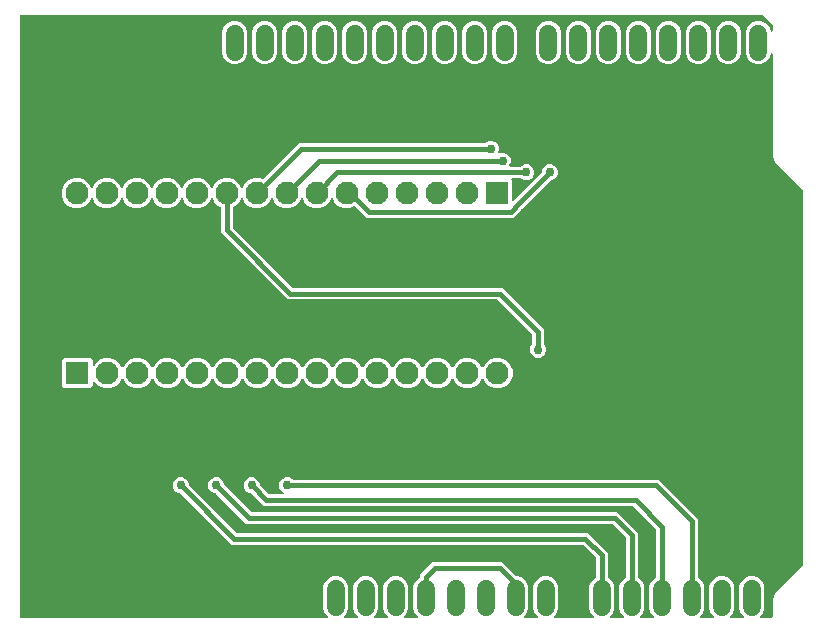
<source format=gbl>
G04 EAGLE Gerber RS-274X export*
G75*
%MOMM*%
%FSLAX34Y34*%
%LPD*%
%INBottom Copper*%
%IPPOS*%
%AMOC8*
5,1,8,0,0,1.08239X$1,22.5*%
G01*
%ADD10C,1.524000*%
%ADD11R,1.950000X1.950000*%
%ADD12C,1.950000*%
%ADD13C,0.406400*%
%ADD14C,0.756400*%

G36*
X273833Y12871D02*
X273833Y12871D01*
X273905Y12873D01*
X273954Y12891D01*
X274005Y12899D01*
X274069Y12933D01*
X274136Y12958D01*
X274177Y12990D01*
X274223Y13015D01*
X274272Y13067D01*
X274328Y13111D01*
X274356Y13155D01*
X274392Y13193D01*
X274422Y13258D01*
X274461Y13318D01*
X274474Y13369D01*
X274496Y13416D01*
X274504Y13487D01*
X274521Y13557D01*
X274517Y13609D01*
X274523Y13660D01*
X274507Y13731D01*
X274502Y13802D01*
X274482Y13850D01*
X274470Y13901D01*
X274434Y13962D01*
X274406Y14028D01*
X274361Y14084D01*
X274344Y14112D01*
X274326Y14127D01*
X274301Y14159D01*
X272096Y16364D01*
X270479Y20267D01*
X270479Y39733D01*
X272096Y43636D01*
X275084Y46624D01*
X278987Y48241D01*
X283213Y48241D01*
X287116Y46624D01*
X290104Y43636D01*
X291721Y39733D01*
X291721Y20267D01*
X290104Y16364D01*
X287899Y14159D01*
X287857Y14101D01*
X287808Y14049D01*
X287786Y14002D01*
X287756Y13960D01*
X287735Y13891D01*
X287704Y13826D01*
X287699Y13774D01*
X287683Y13724D01*
X287685Y13653D01*
X287677Y13582D01*
X287688Y13531D01*
X287690Y13479D01*
X287714Y13411D01*
X287730Y13341D01*
X287756Y13296D01*
X287774Y13248D01*
X287819Y13192D01*
X287856Y13130D01*
X287895Y13096D01*
X287928Y13056D01*
X287988Y13017D01*
X288043Y12970D01*
X288091Y12951D01*
X288135Y12923D01*
X288204Y12905D01*
X288271Y12878D01*
X288342Y12870D01*
X288373Y12862D01*
X288397Y12864D01*
X288438Y12860D01*
X299162Y12860D01*
X299233Y12871D01*
X299305Y12873D01*
X299354Y12891D01*
X299405Y12899D01*
X299469Y12933D01*
X299536Y12958D01*
X299577Y12990D01*
X299623Y13015D01*
X299672Y13067D01*
X299728Y13111D01*
X299756Y13155D01*
X299792Y13193D01*
X299822Y13258D01*
X299861Y13318D01*
X299874Y13369D01*
X299896Y13416D01*
X299904Y13487D01*
X299921Y13557D01*
X299917Y13609D01*
X299923Y13660D01*
X299907Y13731D01*
X299902Y13802D01*
X299882Y13850D01*
X299870Y13901D01*
X299834Y13962D01*
X299806Y14028D01*
X299761Y14084D01*
X299744Y14112D01*
X299726Y14127D01*
X299701Y14159D01*
X297496Y16364D01*
X295879Y20267D01*
X295879Y39733D01*
X297496Y43636D01*
X300484Y46624D01*
X304387Y48241D01*
X308613Y48241D01*
X312516Y46624D01*
X315504Y43636D01*
X317121Y39733D01*
X317121Y20267D01*
X315504Y16364D01*
X313299Y14159D01*
X313257Y14101D01*
X313208Y14049D01*
X313186Y14002D01*
X313156Y13960D01*
X313135Y13891D01*
X313104Y13826D01*
X313099Y13774D01*
X313083Y13724D01*
X313085Y13653D01*
X313077Y13582D01*
X313088Y13531D01*
X313090Y13479D01*
X313114Y13411D01*
X313130Y13341D01*
X313156Y13296D01*
X313174Y13248D01*
X313219Y13192D01*
X313256Y13130D01*
X313295Y13096D01*
X313328Y13056D01*
X313388Y13017D01*
X313443Y12970D01*
X313491Y12951D01*
X313535Y12923D01*
X313604Y12905D01*
X313671Y12878D01*
X313742Y12870D01*
X313773Y12862D01*
X313797Y12864D01*
X313838Y12860D01*
X324562Y12860D01*
X324633Y12871D01*
X324705Y12873D01*
X324754Y12891D01*
X324805Y12899D01*
X324869Y12933D01*
X324936Y12958D01*
X324977Y12990D01*
X325023Y13015D01*
X325072Y13067D01*
X325128Y13111D01*
X325156Y13155D01*
X325192Y13193D01*
X325222Y13258D01*
X325261Y13318D01*
X325274Y13369D01*
X325296Y13416D01*
X325304Y13487D01*
X325321Y13557D01*
X325317Y13609D01*
X325323Y13660D01*
X325307Y13731D01*
X325302Y13802D01*
X325282Y13850D01*
X325270Y13901D01*
X325234Y13962D01*
X325206Y14028D01*
X325161Y14084D01*
X325144Y14112D01*
X325126Y14127D01*
X325101Y14159D01*
X322896Y16364D01*
X321279Y20267D01*
X321279Y39733D01*
X322896Y43636D01*
X325884Y46624D01*
X329787Y48241D01*
X334013Y48241D01*
X337916Y46624D01*
X340904Y43636D01*
X342521Y39733D01*
X342521Y20267D01*
X340904Y16364D01*
X338699Y14159D01*
X338657Y14101D01*
X338608Y14049D01*
X338586Y14002D01*
X338556Y13960D01*
X338535Y13891D01*
X338504Y13826D01*
X338499Y13774D01*
X338483Y13724D01*
X338485Y13653D01*
X338477Y13582D01*
X338488Y13531D01*
X338490Y13479D01*
X338514Y13411D01*
X338530Y13341D01*
X338556Y13296D01*
X338574Y13248D01*
X338619Y13192D01*
X338656Y13130D01*
X338695Y13096D01*
X338728Y13056D01*
X338788Y13017D01*
X338843Y12970D01*
X338891Y12951D01*
X338935Y12923D01*
X339004Y12905D01*
X339071Y12878D01*
X339142Y12870D01*
X339173Y12862D01*
X339197Y12864D01*
X339238Y12860D01*
X349962Y12860D01*
X350033Y12871D01*
X350105Y12873D01*
X350154Y12891D01*
X350205Y12899D01*
X350269Y12933D01*
X350336Y12958D01*
X350377Y12990D01*
X350423Y13015D01*
X350472Y13067D01*
X350528Y13111D01*
X350556Y13155D01*
X350592Y13193D01*
X350622Y13258D01*
X350661Y13318D01*
X350674Y13369D01*
X350696Y13416D01*
X350704Y13487D01*
X350721Y13557D01*
X350717Y13609D01*
X350723Y13660D01*
X350707Y13731D01*
X350702Y13802D01*
X350682Y13850D01*
X350670Y13901D01*
X350634Y13962D01*
X350606Y14028D01*
X350561Y14084D01*
X350544Y14112D01*
X350526Y14127D01*
X350501Y14159D01*
X348296Y16364D01*
X346679Y20267D01*
X346679Y39733D01*
X348296Y43636D01*
X351284Y46624D01*
X351797Y46836D01*
X351896Y46898D01*
X351997Y46958D01*
X352001Y46963D01*
X352006Y46966D01*
X352080Y47056D01*
X352157Y47145D01*
X352159Y47151D01*
X352163Y47156D01*
X352205Y47263D01*
X352249Y47373D01*
X352250Y47381D01*
X352251Y47385D01*
X352252Y47403D01*
X352267Y47540D01*
X352267Y49385D01*
X362915Y60033D01*
X422085Y60033D01*
X433654Y48464D01*
X433728Y48411D01*
X433797Y48351D01*
X433827Y48339D01*
X433853Y48320D01*
X433940Y48293D01*
X434025Y48259D01*
X434066Y48255D01*
X434088Y48248D01*
X434121Y48249D01*
X434192Y48241D01*
X435613Y48241D01*
X439516Y46624D01*
X442504Y43636D01*
X444121Y39733D01*
X444121Y20267D01*
X442504Y16364D01*
X440299Y14159D01*
X440257Y14101D01*
X440208Y14049D01*
X440186Y14002D01*
X440156Y13960D01*
X440135Y13891D01*
X440104Y13826D01*
X440099Y13774D01*
X440083Y13724D01*
X440085Y13653D01*
X440077Y13582D01*
X440088Y13531D01*
X440090Y13479D01*
X440114Y13411D01*
X440130Y13341D01*
X440156Y13296D01*
X440174Y13248D01*
X440219Y13192D01*
X440256Y13130D01*
X440295Y13096D01*
X440328Y13056D01*
X440388Y13017D01*
X440443Y12970D01*
X440491Y12951D01*
X440535Y12923D01*
X440604Y12905D01*
X440671Y12878D01*
X440742Y12870D01*
X440773Y12862D01*
X440797Y12864D01*
X440838Y12860D01*
X451562Y12860D01*
X451633Y12871D01*
X451705Y12873D01*
X451754Y12891D01*
X451805Y12899D01*
X451869Y12933D01*
X451936Y12958D01*
X451977Y12990D01*
X452023Y13015D01*
X452072Y13067D01*
X452128Y13111D01*
X452156Y13155D01*
X452192Y13193D01*
X452222Y13258D01*
X452261Y13318D01*
X452274Y13369D01*
X452296Y13416D01*
X452304Y13487D01*
X452321Y13557D01*
X452317Y13609D01*
X452323Y13660D01*
X452307Y13731D01*
X452302Y13802D01*
X452282Y13850D01*
X452270Y13901D01*
X452234Y13962D01*
X452206Y14028D01*
X452161Y14084D01*
X452144Y14112D01*
X452126Y14127D01*
X452101Y14159D01*
X449896Y16364D01*
X448279Y20267D01*
X448279Y39733D01*
X449896Y43636D01*
X452884Y46624D01*
X456787Y48241D01*
X461013Y48241D01*
X464916Y46624D01*
X467904Y43636D01*
X469521Y39733D01*
X469521Y20267D01*
X467904Y16364D01*
X465699Y14159D01*
X465657Y14101D01*
X465608Y14049D01*
X465586Y14002D01*
X465556Y13960D01*
X465535Y13891D01*
X465504Y13826D01*
X465499Y13774D01*
X465483Y13724D01*
X465485Y13653D01*
X465477Y13582D01*
X465488Y13531D01*
X465490Y13479D01*
X465514Y13411D01*
X465530Y13341D01*
X465556Y13296D01*
X465574Y13248D01*
X465619Y13192D01*
X465656Y13130D01*
X465695Y13096D01*
X465728Y13056D01*
X465788Y13017D01*
X465843Y12970D01*
X465891Y12951D01*
X465935Y12923D01*
X466004Y12905D01*
X466071Y12878D01*
X466142Y12870D01*
X466173Y12862D01*
X466197Y12864D01*
X466238Y12860D01*
X499162Y12860D01*
X499233Y12871D01*
X499305Y12873D01*
X499354Y12891D01*
X499405Y12899D01*
X499469Y12933D01*
X499536Y12958D01*
X499577Y12990D01*
X499623Y13015D01*
X499672Y13067D01*
X499728Y13111D01*
X499756Y13155D01*
X499792Y13193D01*
X499822Y13258D01*
X499861Y13318D01*
X499874Y13369D01*
X499896Y13416D01*
X499904Y13487D01*
X499921Y13557D01*
X499917Y13609D01*
X499923Y13660D01*
X499907Y13731D01*
X499902Y13802D01*
X499882Y13850D01*
X499870Y13901D01*
X499834Y13962D01*
X499806Y14028D01*
X499761Y14084D01*
X499744Y14112D01*
X499726Y14127D01*
X499701Y14159D01*
X497496Y16364D01*
X495879Y20267D01*
X495879Y39733D01*
X497496Y43636D01*
X500484Y46624D01*
X500997Y46837D01*
X501097Y46898D01*
X501197Y46958D01*
X501201Y46963D01*
X501206Y46966D01*
X501281Y47056D01*
X501357Y47145D01*
X501359Y47151D01*
X501363Y47156D01*
X501405Y47264D01*
X501449Y47373D01*
X501450Y47381D01*
X501451Y47385D01*
X501452Y47404D01*
X501467Y47540D01*
X501467Y63600D01*
X501453Y63690D01*
X501445Y63781D01*
X501433Y63811D01*
X501428Y63843D01*
X501385Y63923D01*
X501349Y64007D01*
X501323Y64039D01*
X501312Y64060D01*
X501289Y64082D01*
X501244Y64138D01*
X490638Y74744D01*
X490564Y74797D01*
X490495Y74857D01*
X490465Y74869D01*
X490439Y74888D01*
X490352Y74915D01*
X490267Y74949D01*
X490226Y74953D01*
X490204Y74960D01*
X490171Y74959D01*
X490100Y74967D01*
X192915Y74967D01*
X149888Y117994D01*
X149814Y118047D01*
X149745Y118107D01*
X149715Y118119D01*
X149689Y118138D01*
X149602Y118165D01*
X149517Y118199D01*
X149476Y118203D01*
X149454Y118210D01*
X149421Y118209D01*
X149350Y118217D01*
X148651Y118217D01*
X146158Y119250D01*
X144250Y121158D01*
X143217Y123651D01*
X143217Y126349D01*
X144250Y128842D01*
X146158Y130750D01*
X148651Y131783D01*
X151349Y131783D01*
X153842Y130750D01*
X155750Y128842D01*
X156783Y126349D01*
X156783Y125650D01*
X156797Y125560D01*
X156805Y125469D01*
X156817Y125439D01*
X156822Y125407D01*
X156865Y125327D01*
X156901Y125243D01*
X156927Y125211D01*
X156938Y125190D01*
X156961Y125168D01*
X157006Y125112D01*
X196862Y85256D01*
X196936Y85203D01*
X197005Y85143D01*
X197035Y85131D01*
X197061Y85112D01*
X197148Y85085D01*
X197233Y85051D01*
X197274Y85047D01*
X197296Y85040D01*
X197329Y85041D01*
X197400Y85033D01*
X494585Y85033D01*
X511533Y68085D01*
X511533Y47540D01*
X511552Y47425D01*
X511569Y47309D01*
X511571Y47303D01*
X511572Y47297D01*
X511627Y47194D01*
X511680Y47090D01*
X511685Y47085D01*
X511688Y47080D01*
X511772Y46999D01*
X511856Y46917D01*
X511862Y46914D01*
X511866Y46910D01*
X511883Y46903D01*
X512003Y46837D01*
X512516Y46624D01*
X515504Y43636D01*
X517121Y39733D01*
X517121Y20267D01*
X515504Y16364D01*
X513299Y14159D01*
X513257Y14101D01*
X513208Y14049D01*
X513186Y14002D01*
X513156Y13960D01*
X513135Y13891D01*
X513104Y13826D01*
X513099Y13774D01*
X513083Y13724D01*
X513085Y13653D01*
X513077Y13582D01*
X513088Y13531D01*
X513090Y13479D01*
X513114Y13411D01*
X513130Y13341D01*
X513156Y13296D01*
X513174Y13248D01*
X513219Y13192D01*
X513256Y13130D01*
X513295Y13096D01*
X513328Y13056D01*
X513388Y13017D01*
X513443Y12970D01*
X513491Y12951D01*
X513535Y12923D01*
X513604Y12905D01*
X513671Y12878D01*
X513742Y12870D01*
X513773Y12862D01*
X513797Y12864D01*
X513838Y12860D01*
X524562Y12860D01*
X524633Y12871D01*
X524705Y12873D01*
X524754Y12891D01*
X524805Y12899D01*
X524869Y12933D01*
X524936Y12958D01*
X524977Y12990D01*
X525023Y13015D01*
X525072Y13067D01*
X525128Y13111D01*
X525156Y13155D01*
X525192Y13193D01*
X525222Y13258D01*
X525261Y13318D01*
X525274Y13369D01*
X525296Y13416D01*
X525304Y13487D01*
X525321Y13557D01*
X525317Y13609D01*
X525323Y13660D01*
X525307Y13731D01*
X525302Y13802D01*
X525282Y13850D01*
X525270Y13901D01*
X525234Y13962D01*
X525206Y14028D01*
X525161Y14084D01*
X525144Y14112D01*
X525126Y14127D01*
X525101Y14159D01*
X522896Y16364D01*
X521279Y20267D01*
X521279Y39733D01*
X522896Y43636D01*
X525884Y46624D01*
X526497Y46878D01*
X526597Y46940D01*
X526697Y46999D01*
X526701Y47004D01*
X526706Y47008D01*
X526781Y47098D01*
X526857Y47186D01*
X526859Y47192D01*
X526863Y47197D01*
X526905Y47305D01*
X526949Y47415D01*
X526950Y47422D01*
X526951Y47427D01*
X526952Y47445D01*
X526967Y47581D01*
X526967Y80600D01*
X526953Y80690D01*
X526945Y80781D01*
X526933Y80811D01*
X526928Y80843D01*
X526904Y80888D01*
X526903Y80891D01*
X526895Y80905D01*
X526885Y80923D01*
X526849Y81007D01*
X526823Y81039D01*
X526812Y81060D01*
X526789Y81082D01*
X526787Y81085D01*
X526777Y81102D01*
X526766Y81111D01*
X526744Y81138D01*
X515638Y92244D01*
X515564Y92297D01*
X515495Y92357D01*
X515465Y92369D01*
X515439Y92388D01*
X515352Y92415D01*
X515267Y92449D01*
X515226Y92453D01*
X515204Y92460D01*
X515171Y92459D01*
X515100Y92467D01*
X205415Y92467D01*
X179888Y117994D01*
X179814Y118047D01*
X179745Y118107D01*
X179715Y118119D01*
X179689Y118138D01*
X179602Y118165D01*
X179517Y118199D01*
X179476Y118203D01*
X179454Y118210D01*
X179421Y118209D01*
X179350Y118217D01*
X178651Y118217D01*
X176158Y119250D01*
X174250Y121158D01*
X173217Y123651D01*
X173217Y126349D01*
X174250Y128842D01*
X176158Y130750D01*
X178651Y131783D01*
X181349Y131783D01*
X183842Y130750D01*
X185750Y128842D01*
X186783Y126349D01*
X186783Y125650D01*
X186797Y125560D01*
X186805Y125469D01*
X186817Y125439D01*
X186822Y125407D01*
X186865Y125327D01*
X186901Y125243D01*
X186927Y125211D01*
X186938Y125190D01*
X186961Y125168D01*
X187006Y125112D01*
X209362Y102756D01*
X209436Y102703D01*
X209505Y102643D01*
X209535Y102631D01*
X209561Y102612D01*
X209648Y102585D01*
X209733Y102551D01*
X209774Y102547D01*
X209796Y102540D01*
X209829Y102541D01*
X209900Y102533D01*
X519585Y102533D01*
X537033Y85085D01*
X537033Y47498D01*
X537052Y47384D01*
X537069Y47267D01*
X537071Y47262D01*
X537072Y47256D01*
X537127Y47153D01*
X537180Y47048D01*
X537185Y47044D01*
X537188Y47038D01*
X537272Y46958D01*
X537356Y46876D01*
X537362Y46872D01*
X537366Y46869D01*
X537383Y46861D01*
X537503Y46795D01*
X537916Y46624D01*
X540904Y43636D01*
X542521Y39733D01*
X542521Y20267D01*
X540904Y16364D01*
X538699Y14159D01*
X538657Y14101D01*
X538608Y14049D01*
X538586Y14002D01*
X538556Y13960D01*
X538535Y13891D01*
X538504Y13826D01*
X538499Y13774D01*
X538483Y13724D01*
X538485Y13653D01*
X538477Y13582D01*
X538488Y13531D01*
X538490Y13479D01*
X538514Y13411D01*
X538530Y13341D01*
X538556Y13296D01*
X538574Y13248D01*
X538619Y13192D01*
X538656Y13130D01*
X538695Y13096D01*
X538728Y13056D01*
X538788Y13017D01*
X538843Y12970D01*
X538891Y12951D01*
X538935Y12923D01*
X539004Y12905D01*
X539071Y12878D01*
X539142Y12870D01*
X539173Y12862D01*
X539197Y12864D01*
X539238Y12860D01*
X549962Y12860D01*
X550033Y12871D01*
X550105Y12873D01*
X550154Y12891D01*
X550205Y12899D01*
X550269Y12933D01*
X550336Y12958D01*
X550377Y12990D01*
X550423Y13015D01*
X550472Y13067D01*
X550528Y13111D01*
X550556Y13155D01*
X550592Y13193D01*
X550622Y13258D01*
X550661Y13318D01*
X550674Y13369D01*
X550696Y13416D01*
X550704Y13487D01*
X550721Y13557D01*
X550717Y13609D01*
X550723Y13660D01*
X550707Y13731D01*
X550702Y13802D01*
X550682Y13850D01*
X550670Y13901D01*
X550634Y13962D01*
X550606Y14028D01*
X550561Y14084D01*
X550544Y14112D01*
X550526Y14127D01*
X550501Y14159D01*
X548296Y16364D01*
X546679Y20267D01*
X546679Y39733D01*
X548296Y43636D01*
X551284Y46624D01*
X551997Y46919D01*
X552097Y46981D01*
X552197Y47041D01*
X552201Y47046D01*
X552206Y47049D01*
X552281Y47139D01*
X552357Y47228D01*
X552359Y47234D01*
X552363Y47238D01*
X552405Y47347D01*
X552449Y47456D01*
X552450Y47463D01*
X552451Y47468D01*
X552452Y47486D01*
X552467Y47623D01*
X552467Y87600D01*
X552453Y87690D01*
X552445Y87781D01*
X552433Y87811D01*
X552428Y87843D01*
X552385Y87923D01*
X552349Y88007D01*
X552323Y88039D01*
X552312Y88060D01*
X552289Y88082D01*
X552244Y88138D01*
X533138Y107244D01*
X533064Y107297D01*
X532995Y107357D01*
X532965Y107369D01*
X532939Y107388D01*
X532852Y107415D01*
X532767Y107449D01*
X532726Y107453D01*
X532704Y107460D01*
X532671Y107459D01*
X532600Y107467D01*
X220415Y107467D01*
X209888Y117994D01*
X209814Y118047D01*
X209745Y118107D01*
X209715Y118119D01*
X209689Y118138D01*
X209602Y118165D01*
X209517Y118199D01*
X209476Y118203D01*
X209454Y118210D01*
X209421Y118209D01*
X209350Y118217D01*
X208651Y118217D01*
X206158Y119250D01*
X204250Y121158D01*
X203217Y123651D01*
X203217Y126349D01*
X204250Y128842D01*
X206158Y130750D01*
X208651Y131783D01*
X211349Y131783D01*
X213842Y130750D01*
X215750Y128842D01*
X216783Y126349D01*
X216783Y125650D01*
X216797Y125560D01*
X216805Y125469D01*
X216817Y125439D01*
X216822Y125407D01*
X216865Y125327D01*
X216901Y125243D01*
X216927Y125211D01*
X216938Y125190D01*
X216961Y125168D01*
X217006Y125112D01*
X224362Y117756D01*
X224436Y117703D01*
X224505Y117643D01*
X224535Y117631D01*
X224561Y117612D01*
X224648Y117585D01*
X224733Y117551D01*
X224774Y117547D01*
X224796Y117540D01*
X224829Y117541D01*
X224900Y117533D01*
X236476Y117533D01*
X236572Y117548D01*
X236669Y117558D01*
X236693Y117568D01*
X236719Y117572D01*
X236805Y117618D01*
X236894Y117658D01*
X236914Y117675D01*
X236937Y117688D01*
X237004Y117758D01*
X237075Y117824D01*
X237088Y117847D01*
X237106Y117866D01*
X237147Y117954D01*
X237194Y118040D01*
X237199Y118065D01*
X237210Y118089D01*
X237220Y118186D01*
X237238Y118282D01*
X237234Y118308D01*
X237237Y118333D01*
X237216Y118428D01*
X237202Y118525D01*
X237190Y118548D01*
X237184Y118574D01*
X237134Y118658D01*
X237090Y118744D01*
X237072Y118762D01*
X237058Y118785D01*
X236984Y118848D01*
X236915Y118916D01*
X236886Y118932D01*
X236871Y118945D01*
X236841Y118957D01*
X236768Y118997D01*
X236158Y119250D01*
X234250Y121158D01*
X233217Y123651D01*
X233217Y126349D01*
X234250Y128842D01*
X236158Y130750D01*
X238651Y131783D01*
X241349Y131783D01*
X243842Y130750D01*
X244337Y130256D01*
X244410Y130203D01*
X244480Y130143D01*
X244510Y130131D01*
X244536Y130112D01*
X244623Y130085D01*
X244708Y130051D01*
X244749Y130047D01*
X244771Y130040D01*
X244804Y130041D01*
X244875Y130033D01*
X554585Y130033D01*
X587733Y96885D01*
X587733Y47540D01*
X587752Y47425D01*
X587769Y47309D01*
X587771Y47303D01*
X587772Y47297D01*
X587827Y47194D01*
X587880Y47090D01*
X587885Y47085D01*
X587888Y47080D01*
X587972Y46999D01*
X588056Y46917D01*
X588062Y46914D01*
X588066Y46910D01*
X588083Y46903D01*
X588203Y46837D01*
X588716Y46624D01*
X591704Y43636D01*
X593321Y39733D01*
X593321Y20267D01*
X591704Y16364D01*
X589499Y14159D01*
X589457Y14101D01*
X589408Y14049D01*
X589386Y14002D01*
X589356Y13960D01*
X589335Y13891D01*
X589304Y13826D01*
X589299Y13774D01*
X589283Y13724D01*
X589285Y13653D01*
X589277Y13582D01*
X589288Y13531D01*
X589290Y13479D01*
X589314Y13411D01*
X589330Y13341D01*
X589356Y13296D01*
X589374Y13248D01*
X589419Y13192D01*
X589456Y13130D01*
X589495Y13096D01*
X589528Y13056D01*
X589588Y13017D01*
X589643Y12970D01*
X589691Y12951D01*
X589735Y12923D01*
X589804Y12905D01*
X589871Y12878D01*
X589942Y12870D01*
X589973Y12862D01*
X589997Y12864D01*
X590038Y12860D01*
X600762Y12860D01*
X600833Y12871D01*
X600905Y12873D01*
X600954Y12891D01*
X601005Y12899D01*
X601069Y12933D01*
X601136Y12958D01*
X601177Y12990D01*
X601223Y13015D01*
X601272Y13067D01*
X601328Y13111D01*
X601356Y13155D01*
X601392Y13193D01*
X601422Y13258D01*
X601461Y13318D01*
X601474Y13369D01*
X601496Y13416D01*
X601504Y13487D01*
X601521Y13557D01*
X601517Y13609D01*
X601523Y13660D01*
X601507Y13731D01*
X601502Y13802D01*
X601482Y13850D01*
X601470Y13901D01*
X601434Y13962D01*
X601406Y14028D01*
X601361Y14084D01*
X601344Y14112D01*
X601326Y14127D01*
X601301Y14159D01*
X599096Y16364D01*
X597479Y20267D01*
X597479Y39733D01*
X599096Y43636D01*
X602084Y46624D01*
X605987Y48241D01*
X610213Y48241D01*
X614116Y46624D01*
X617104Y43636D01*
X618721Y39733D01*
X618721Y20267D01*
X617104Y16364D01*
X614899Y14159D01*
X614857Y14101D01*
X614808Y14049D01*
X614786Y14002D01*
X614756Y13960D01*
X614735Y13891D01*
X614704Y13826D01*
X614699Y13774D01*
X614683Y13724D01*
X614685Y13653D01*
X614677Y13582D01*
X614688Y13531D01*
X614690Y13479D01*
X614714Y13411D01*
X614730Y13341D01*
X614756Y13296D01*
X614774Y13248D01*
X614819Y13192D01*
X614856Y13130D01*
X614895Y13096D01*
X614928Y13056D01*
X614988Y13017D01*
X615043Y12970D01*
X615091Y12951D01*
X615135Y12923D01*
X615204Y12905D01*
X615271Y12878D01*
X615342Y12870D01*
X615373Y12862D01*
X615397Y12864D01*
X615438Y12860D01*
X626162Y12860D01*
X626233Y12871D01*
X626305Y12873D01*
X626354Y12891D01*
X626405Y12899D01*
X626469Y12933D01*
X626536Y12958D01*
X626577Y12990D01*
X626623Y13015D01*
X626672Y13067D01*
X626728Y13111D01*
X626756Y13155D01*
X626792Y13193D01*
X626822Y13258D01*
X626861Y13318D01*
X626874Y13369D01*
X626896Y13416D01*
X626904Y13487D01*
X626921Y13557D01*
X626917Y13609D01*
X626923Y13660D01*
X626907Y13731D01*
X626902Y13802D01*
X626882Y13850D01*
X626870Y13901D01*
X626834Y13962D01*
X626806Y14028D01*
X626761Y14084D01*
X626744Y14112D01*
X626726Y14127D01*
X626701Y14159D01*
X624496Y16364D01*
X622879Y20267D01*
X622879Y39733D01*
X624496Y43636D01*
X627484Y46624D01*
X631387Y48241D01*
X635613Y48241D01*
X639516Y46624D01*
X642504Y43636D01*
X644121Y39733D01*
X644121Y20267D01*
X642504Y16364D01*
X640299Y14159D01*
X640257Y14101D01*
X640208Y14049D01*
X640186Y14002D01*
X640156Y13960D01*
X640135Y13891D01*
X640104Y13826D01*
X640099Y13774D01*
X640083Y13724D01*
X640085Y13653D01*
X640077Y13582D01*
X640088Y13531D01*
X640090Y13479D01*
X640114Y13411D01*
X640130Y13341D01*
X640156Y13296D01*
X640174Y13248D01*
X640219Y13192D01*
X640256Y13130D01*
X640295Y13096D01*
X640328Y13056D01*
X640388Y13017D01*
X640443Y12970D01*
X640491Y12951D01*
X640535Y12923D01*
X640604Y12905D01*
X640671Y12878D01*
X640742Y12870D01*
X640773Y12862D01*
X640797Y12864D01*
X640838Y12860D01*
X650272Y12860D01*
X650292Y12863D01*
X650311Y12861D01*
X650413Y12883D01*
X650515Y12899D01*
X650532Y12909D01*
X650552Y12913D01*
X650641Y12966D01*
X650732Y13015D01*
X650746Y13029D01*
X650763Y13039D01*
X650830Y13118D01*
X650902Y13193D01*
X650910Y13211D01*
X650923Y13226D01*
X650962Y13322D01*
X651005Y13416D01*
X651007Y13436D01*
X651015Y13454D01*
X651033Y13621D01*
X651033Y29103D01*
X652774Y33304D01*
X676210Y56741D01*
X676263Y56815D01*
X676323Y56884D01*
X676335Y56914D01*
X676354Y56941D01*
X676381Y57027D01*
X676415Y57112D01*
X676419Y57153D01*
X676426Y57176D01*
X676425Y57208D01*
X676433Y57279D01*
X676433Y374839D01*
X676419Y374929D01*
X676411Y375020D01*
X676399Y375050D01*
X676394Y375082D01*
X676351Y375162D01*
X676315Y375246D01*
X676289Y375278D01*
X676278Y375299D01*
X676255Y375321D01*
X676210Y375377D01*
X652774Y398814D01*
X651033Y403015D01*
X651033Y490092D01*
X651018Y490188D01*
X651008Y490285D01*
X650998Y490309D01*
X650994Y490335D01*
X650948Y490421D01*
X650908Y490510D01*
X650891Y490529D01*
X650878Y490552D01*
X650808Y490619D01*
X650742Y490691D01*
X650719Y490703D01*
X650700Y490721D01*
X650612Y490762D01*
X650526Y490809D01*
X650501Y490814D01*
X650477Y490825D01*
X650380Y490836D01*
X650284Y490853D01*
X650258Y490849D01*
X650233Y490852D01*
X650137Y490832D01*
X650041Y490817D01*
X650018Y490806D01*
X649992Y490800D01*
X649909Y490750D01*
X649822Y490706D01*
X649803Y490687D01*
X649781Y490674D01*
X649718Y490600D01*
X649650Y490530D01*
X649634Y490502D01*
X649621Y490487D01*
X649609Y490456D01*
X649569Y490383D01*
X647904Y486364D01*
X644916Y483376D01*
X641013Y481759D01*
X636787Y481759D01*
X632884Y483376D01*
X629896Y486364D01*
X628279Y490267D01*
X628279Y509733D01*
X629896Y513636D01*
X632884Y516624D01*
X636787Y518241D01*
X641013Y518241D01*
X644916Y516624D01*
X647904Y513636D01*
X649569Y509617D01*
X649620Y509534D01*
X649666Y509448D01*
X649685Y509430D01*
X649698Y509408D01*
X649773Y509346D01*
X649844Y509279D01*
X649868Y509268D01*
X649888Y509251D01*
X649979Y509216D01*
X650067Y509175D01*
X650093Y509172D01*
X650117Y509163D01*
X650215Y509159D01*
X650311Y509148D01*
X650337Y509153D01*
X650363Y509152D01*
X650457Y509179D01*
X650552Y509200D01*
X650574Y509213D01*
X650599Y509221D01*
X650679Y509276D01*
X650763Y509326D01*
X650780Y509346D01*
X650801Y509361D01*
X650860Y509439D01*
X650923Y509513D01*
X650933Y509537D01*
X650948Y509558D01*
X650978Y509651D01*
X651015Y509741D01*
X651018Y509774D01*
X651024Y509792D01*
X651024Y509825D01*
X651033Y509908D01*
X651033Y514539D01*
X651031Y514552D01*
X651032Y514563D01*
X651020Y514617D01*
X651019Y514629D01*
X651011Y514720D01*
X650999Y514750D01*
X650994Y514782D01*
X650951Y514862D01*
X650915Y514946D01*
X650889Y514978D01*
X650878Y514999D01*
X650855Y515021D01*
X650810Y515077D01*
X642712Y523175D01*
X642638Y523228D01*
X642569Y523288D01*
X642539Y523300D01*
X642512Y523319D01*
X642426Y523346D01*
X642341Y523380D01*
X642300Y523384D01*
X642277Y523391D01*
X642245Y523390D01*
X642174Y523398D01*
X14256Y523398D01*
X14236Y523395D01*
X14217Y523397D01*
X14115Y523375D01*
X14013Y523359D01*
X13996Y523349D01*
X13976Y523345D01*
X13887Y523292D01*
X13796Y523243D01*
X13782Y523229D01*
X13765Y523219D01*
X13698Y523140D01*
X13626Y523065D01*
X13618Y523047D01*
X13605Y523032D01*
X13566Y522936D01*
X13523Y522842D01*
X13521Y522822D01*
X13513Y522804D01*
X13495Y522637D01*
X13495Y13621D01*
X13498Y13601D01*
X13496Y13582D01*
X13518Y13480D01*
X13534Y13378D01*
X13544Y13361D01*
X13548Y13341D01*
X13601Y13252D01*
X13650Y13161D01*
X13664Y13147D01*
X13674Y13130D01*
X13753Y13063D01*
X13828Y12991D01*
X13846Y12983D01*
X13861Y12970D01*
X13957Y12931D01*
X14051Y12888D01*
X14071Y12886D01*
X14089Y12878D01*
X14256Y12860D01*
X273762Y12860D01*
X273833Y12871D01*
G37*
%LPC*%
G36*
X451151Y233217D02*
X451151Y233217D01*
X448658Y234250D01*
X446750Y236158D01*
X445717Y238651D01*
X445717Y241349D01*
X446750Y243842D01*
X447244Y244336D01*
X447298Y244411D01*
X447357Y244480D01*
X447369Y244510D01*
X447388Y244536D01*
X447415Y244623D01*
X447449Y244708D01*
X447453Y244749D01*
X447460Y244771D01*
X447459Y244804D01*
X447467Y244875D01*
X447467Y252600D01*
X447453Y252690D01*
X447445Y252781D01*
X447433Y252811D01*
X447428Y252843D01*
X447385Y252923D01*
X447349Y253007D01*
X447323Y253039D01*
X447312Y253060D01*
X447289Y253082D01*
X447244Y253138D01*
X418138Y282244D01*
X418064Y282297D01*
X417995Y282357D01*
X417965Y282369D01*
X417939Y282388D01*
X417852Y282415D01*
X417767Y282449D01*
X417726Y282453D01*
X417704Y282460D01*
X417671Y282459D01*
X417600Y282467D01*
X240415Y282467D01*
X237244Y285638D01*
X187038Y335844D01*
X183867Y339015D01*
X183867Y360275D01*
X183848Y360389D01*
X183831Y360506D01*
X183829Y360511D01*
X183828Y360517D01*
X183773Y360620D01*
X183720Y360725D01*
X183715Y360729D01*
X183712Y360735D01*
X183629Y360814D01*
X183544Y360897D01*
X183538Y360901D01*
X183534Y360904D01*
X183517Y360912D01*
X183397Y360978D01*
X181677Y361690D01*
X178090Y365277D01*
X176903Y368143D01*
X176865Y368204D01*
X176836Y368270D01*
X176801Y368308D01*
X176774Y368352D01*
X176718Y368398D01*
X176670Y368451D01*
X176624Y368476D01*
X176584Y368509D01*
X176517Y368535D01*
X176454Y368569D01*
X176403Y368579D01*
X176355Y368597D01*
X176283Y368600D01*
X176212Y368613D01*
X176161Y368606D01*
X176109Y368608D01*
X176040Y368588D01*
X175969Y368577D01*
X175923Y368554D01*
X175873Y368539D01*
X175814Y368498D01*
X175750Y368466D01*
X175713Y368429D01*
X175671Y368399D01*
X175628Y368341D01*
X175578Y368290D01*
X175543Y368227D01*
X175524Y368202D01*
X175517Y368179D01*
X175497Y368143D01*
X174310Y365277D01*
X170723Y361690D01*
X166036Y359749D01*
X160964Y359749D01*
X156277Y361690D01*
X152690Y365277D01*
X151503Y368143D01*
X151465Y368204D01*
X151436Y368270D01*
X151401Y368308D01*
X151374Y368352D01*
X151318Y368398D01*
X151270Y368451D01*
X151224Y368476D01*
X151184Y368509D01*
X151117Y368535D01*
X151054Y368569D01*
X151003Y368579D01*
X150955Y368597D01*
X150883Y368600D01*
X150812Y368613D01*
X150761Y368606D01*
X150709Y368608D01*
X150640Y368588D01*
X150569Y368577D01*
X150523Y368554D01*
X150473Y368539D01*
X150414Y368498D01*
X150350Y368466D01*
X150313Y368429D01*
X150271Y368399D01*
X150228Y368341D01*
X150178Y368290D01*
X150143Y368227D01*
X150124Y368202D01*
X150117Y368179D01*
X150097Y368143D01*
X148910Y365277D01*
X145323Y361690D01*
X140636Y359749D01*
X135564Y359749D01*
X130877Y361690D01*
X127290Y365277D01*
X126103Y368143D01*
X126065Y368204D01*
X126036Y368270D01*
X126001Y368308D01*
X125974Y368352D01*
X125918Y368398D01*
X125870Y368451D01*
X125824Y368476D01*
X125784Y368509D01*
X125717Y368535D01*
X125654Y368569D01*
X125603Y368579D01*
X125555Y368597D01*
X125483Y368600D01*
X125412Y368613D01*
X125361Y368606D01*
X125309Y368608D01*
X125240Y368588D01*
X125169Y368577D01*
X125123Y368554D01*
X125073Y368539D01*
X125014Y368498D01*
X124950Y368466D01*
X124913Y368429D01*
X124871Y368399D01*
X124828Y368341D01*
X124778Y368290D01*
X124743Y368227D01*
X124724Y368202D01*
X124717Y368179D01*
X124697Y368143D01*
X123510Y365277D01*
X119923Y361690D01*
X115236Y359749D01*
X110164Y359749D01*
X105477Y361690D01*
X101890Y365277D01*
X100703Y368143D01*
X100665Y368204D01*
X100636Y368270D01*
X100601Y368308D01*
X100574Y368352D01*
X100518Y368398D01*
X100470Y368451D01*
X100424Y368476D01*
X100384Y368509D01*
X100317Y368535D01*
X100254Y368569D01*
X100203Y368579D01*
X100155Y368597D01*
X100083Y368600D01*
X100012Y368613D01*
X99961Y368606D01*
X99909Y368608D01*
X99840Y368588D01*
X99769Y368577D01*
X99723Y368554D01*
X99673Y368539D01*
X99614Y368498D01*
X99550Y368466D01*
X99513Y368429D01*
X99471Y368399D01*
X99428Y368341D01*
X99378Y368290D01*
X99343Y368227D01*
X99324Y368202D01*
X99317Y368179D01*
X99297Y368143D01*
X98110Y365277D01*
X94523Y361690D01*
X89836Y359749D01*
X84764Y359749D01*
X80077Y361690D01*
X76490Y365277D01*
X75303Y368143D01*
X75265Y368204D01*
X75236Y368270D01*
X75201Y368308D01*
X75174Y368352D01*
X75118Y368398D01*
X75070Y368451D01*
X75024Y368476D01*
X74984Y368509D01*
X74917Y368535D01*
X74854Y368569D01*
X74803Y368579D01*
X74755Y368597D01*
X74683Y368600D01*
X74612Y368613D01*
X74561Y368606D01*
X74509Y368608D01*
X74440Y368588D01*
X74369Y368577D01*
X74323Y368554D01*
X74273Y368539D01*
X74214Y368498D01*
X74150Y368466D01*
X74113Y368429D01*
X74071Y368399D01*
X74028Y368341D01*
X73978Y368290D01*
X73943Y368227D01*
X73924Y368202D01*
X73917Y368179D01*
X73897Y368143D01*
X72710Y365277D01*
X69123Y361690D01*
X64436Y359749D01*
X59364Y359749D01*
X54677Y361690D01*
X51090Y365277D01*
X49149Y369964D01*
X49149Y375036D01*
X51090Y379723D01*
X54677Y383310D01*
X59364Y385251D01*
X64436Y385251D01*
X69123Y383310D01*
X72710Y379723D01*
X73897Y376857D01*
X73935Y376796D01*
X73964Y376730D01*
X73999Y376692D01*
X74026Y376648D01*
X74082Y376602D01*
X74130Y376549D01*
X74176Y376524D01*
X74216Y376491D01*
X74283Y376465D01*
X74346Y376431D01*
X74397Y376421D01*
X74445Y376403D01*
X74517Y376400D01*
X74588Y376387D01*
X74639Y376394D01*
X74691Y376392D01*
X74760Y376412D01*
X74831Y376423D01*
X74877Y376446D01*
X74927Y376461D01*
X74986Y376502D01*
X75050Y376534D01*
X75087Y376571D01*
X75129Y376601D01*
X75172Y376659D01*
X75222Y376710D01*
X75257Y376773D01*
X75276Y376798D01*
X75283Y376821D01*
X75303Y376857D01*
X76490Y379723D01*
X80077Y383310D01*
X84764Y385251D01*
X89836Y385251D01*
X94523Y383310D01*
X98110Y379723D01*
X99297Y376857D01*
X99335Y376796D01*
X99364Y376730D01*
X99399Y376692D01*
X99426Y376648D01*
X99482Y376602D01*
X99530Y376549D01*
X99576Y376524D01*
X99616Y376491D01*
X99683Y376465D01*
X99746Y376431D01*
X99797Y376421D01*
X99845Y376403D01*
X99917Y376400D01*
X99988Y376387D01*
X100039Y376394D01*
X100091Y376392D01*
X100160Y376412D01*
X100231Y376423D01*
X100277Y376446D01*
X100327Y376461D01*
X100386Y376502D01*
X100450Y376534D01*
X100487Y376571D01*
X100529Y376601D01*
X100572Y376659D01*
X100622Y376710D01*
X100657Y376773D01*
X100676Y376798D01*
X100683Y376821D01*
X100703Y376857D01*
X101890Y379723D01*
X105477Y383310D01*
X110164Y385251D01*
X115236Y385251D01*
X119923Y383310D01*
X123510Y379723D01*
X124697Y376857D01*
X124735Y376796D01*
X124764Y376730D01*
X124799Y376692D01*
X124826Y376648D01*
X124882Y376602D01*
X124930Y376549D01*
X124976Y376524D01*
X125016Y376491D01*
X125083Y376465D01*
X125146Y376431D01*
X125197Y376421D01*
X125245Y376403D01*
X125317Y376400D01*
X125388Y376387D01*
X125439Y376394D01*
X125491Y376392D01*
X125560Y376412D01*
X125631Y376423D01*
X125677Y376446D01*
X125727Y376461D01*
X125786Y376502D01*
X125850Y376534D01*
X125887Y376571D01*
X125929Y376601D01*
X125972Y376659D01*
X126022Y376710D01*
X126057Y376773D01*
X126076Y376798D01*
X126083Y376821D01*
X126103Y376857D01*
X127290Y379723D01*
X130877Y383310D01*
X135564Y385251D01*
X140636Y385251D01*
X145323Y383310D01*
X148910Y379723D01*
X150097Y376857D01*
X150135Y376796D01*
X150164Y376730D01*
X150199Y376692D01*
X150226Y376648D01*
X150282Y376602D01*
X150330Y376549D01*
X150376Y376524D01*
X150416Y376491D01*
X150483Y376465D01*
X150546Y376431D01*
X150597Y376421D01*
X150645Y376403D01*
X150717Y376400D01*
X150788Y376387D01*
X150839Y376394D01*
X150891Y376392D01*
X150960Y376412D01*
X151031Y376423D01*
X151077Y376446D01*
X151127Y376461D01*
X151186Y376502D01*
X151250Y376534D01*
X151287Y376571D01*
X151329Y376601D01*
X151372Y376659D01*
X151422Y376710D01*
X151457Y376773D01*
X151476Y376798D01*
X151483Y376821D01*
X151503Y376857D01*
X152690Y379723D01*
X156277Y383310D01*
X160964Y385251D01*
X166036Y385251D01*
X170723Y383310D01*
X174310Y379723D01*
X175497Y376857D01*
X175535Y376796D01*
X175564Y376730D01*
X175599Y376692D01*
X175626Y376648D01*
X175682Y376602D01*
X175730Y376549D01*
X175776Y376524D01*
X175816Y376491D01*
X175883Y376465D01*
X175946Y376431D01*
X175997Y376421D01*
X176045Y376403D01*
X176117Y376400D01*
X176188Y376387D01*
X176239Y376394D01*
X176291Y376392D01*
X176360Y376412D01*
X176431Y376423D01*
X176477Y376446D01*
X176527Y376461D01*
X176586Y376502D01*
X176650Y376534D01*
X176687Y376571D01*
X176729Y376601D01*
X176772Y376659D01*
X176822Y376710D01*
X176857Y376773D01*
X176876Y376798D01*
X176883Y376821D01*
X176903Y376857D01*
X178090Y379723D01*
X181677Y383310D01*
X186364Y385251D01*
X191436Y385251D01*
X196123Y383310D01*
X199710Y379723D01*
X200897Y376857D01*
X200935Y376796D01*
X200964Y376730D01*
X200999Y376692D01*
X201026Y376648D01*
X201082Y376602D01*
X201130Y376549D01*
X201176Y376524D01*
X201216Y376491D01*
X201283Y376465D01*
X201346Y376431D01*
X201397Y376421D01*
X201445Y376403D01*
X201517Y376400D01*
X201588Y376387D01*
X201639Y376394D01*
X201691Y376392D01*
X201760Y376412D01*
X201831Y376423D01*
X201877Y376446D01*
X201927Y376461D01*
X201986Y376502D01*
X202050Y376534D01*
X202087Y376571D01*
X202129Y376601D01*
X202172Y376659D01*
X202222Y376710D01*
X202257Y376773D01*
X202276Y376798D01*
X202283Y376821D01*
X202303Y376857D01*
X203490Y379723D01*
X207077Y383310D01*
X211764Y385251D01*
X216836Y385251D01*
X218556Y384538D01*
X218670Y384512D01*
X218783Y384483D01*
X218790Y384484D01*
X218796Y384482D01*
X218912Y384493D01*
X219029Y384502D01*
X219034Y384505D01*
X219041Y384505D01*
X219148Y384553D01*
X219255Y384598D01*
X219261Y384603D01*
X219265Y384605D01*
X219279Y384618D01*
X219386Y384703D01*
X246544Y411862D01*
X249715Y415033D01*
X407625Y415033D01*
X407715Y415047D01*
X407806Y415055D01*
X407836Y415067D01*
X407868Y415072D01*
X407949Y415115D01*
X408032Y415151D01*
X408065Y415177D01*
X408085Y415188D01*
X408107Y415211D01*
X408163Y415256D01*
X408658Y415750D01*
X411151Y416783D01*
X413849Y416783D01*
X416342Y415750D01*
X418250Y413842D01*
X419283Y411349D01*
X419283Y408651D01*
X418665Y407160D01*
X418649Y407090D01*
X418623Y407023D01*
X418621Y406971D01*
X418609Y406920D01*
X418616Y406849D01*
X418613Y406777D01*
X418627Y406727D01*
X418632Y406675D01*
X418661Y406610D01*
X418681Y406541D01*
X418711Y406498D01*
X418732Y406451D01*
X418780Y406398D01*
X418821Y406339D01*
X418863Y406308D01*
X418898Y406270D01*
X418961Y406235D01*
X419019Y406192D01*
X419068Y406176D01*
X419114Y406151D01*
X419184Y406138D01*
X419253Y406116D01*
X419305Y406116D01*
X419356Y406107D01*
X419427Y406118D01*
X419499Y406118D01*
X419567Y406138D01*
X419599Y406143D01*
X419620Y406154D01*
X419660Y406165D01*
X421151Y406783D01*
X423849Y406783D01*
X426342Y405750D01*
X428250Y403842D01*
X429283Y401349D01*
X429283Y398651D01*
X428220Y396085D01*
X428210Y396041D01*
X428190Y395999D01*
X428182Y395922D01*
X428164Y395846D01*
X428168Y395800D01*
X428163Y395755D01*
X428180Y395678D01*
X428187Y395601D01*
X428206Y395559D01*
X428215Y395514D01*
X428255Y395447D01*
X428287Y395376D01*
X428318Y395342D01*
X428342Y395303D01*
X428401Y395252D01*
X428453Y395195D01*
X428494Y395173D01*
X428528Y395143D01*
X428601Y395114D01*
X428669Y395077D01*
X428714Y395068D01*
X428757Y395051D01*
X428893Y395036D01*
X428911Y395033D01*
X428916Y395034D01*
X428923Y395033D01*
X437625Y395033D01*
X437715Y395047D01*
X437806Y395055D01*
X437836Y395067D01*
X437868Y395072D01*
X437949Y395115D01*
X438032Y395151D01*
X438065Y395177D01*
X438085Y395188D01*
X438107Y395211D01*
X438163Y395256D01*
X438658Y395750D01*
X441151Y396783D01*
X443849Y396783D01*
X446342Y395750D01*
X448250Y393842D01*
X449283Y391349D01*
X449283Y388651D01*
X448250Y386158D01*
X446342Y384250D01*
X443849Y383217D01*
X441151Y383217D01*
X438658Y384250D01*
X438163Y384744D01*
X438090Y384797D01*
X438020Y384857D01*
X437990Y384869D01*
X437964Y384888D01*
X437877Y384915D01*
X437792Y384949D01*
X437751Y384953D01*
X437729Y384960D01*
X437696Y384959D01*
X437625Y384967D01*
X430614Y384967D01*
X430543Y384956D01*
X430472Y384954D01*
X430423Y384936D01*
X430371Y384928D01*
X430308Y384894D01*
X430241Y384869D01*
X430200Y384837D01*
X430154Y384812D01*
X430105Y384761D01*
X430049Y384716D01*
X430021Y384672D01*
X429985Y384634D01*
X429954Y384569D01*
X429916Y384509D01*
X429903Y384458D01*
X429881Y384411D01*
X429873Y384340D01*
X429856Y384270D01*
X429860Y384218D01*
X429854Y384167D01*
X429869Y384096D01*
X429875Y384025D01*
X429895Y383977D01*
X429906Y383926D01*
X429943Y383865D01*
X429971Y383799D01*
X430016Y383743D01*
X430032Y383715D01*
X430050Y383700D01*
X430076Y383668D01*
X430251Y383493D01*
X430251Y366706D01*
X430262Y366635D01*
X430264Y366563D01*
X430282Y366514D01*
X430290Y366463D01*
X430324Y366400D01*
X430349Y366332D01*
X430381Y366292D01*
X430406Y366246D01*
X430458Y366196D01*
X430502Y366140D01*
X430546Y366112D01*
X430584Y366076D01*
X430649Y366046D01*
X430709Y366007D01*
X430760Y365995D01*
X430807Y365973D01*
X430878Y365965D01*
X430948Y365947D01*
X431000Y365951D01*
X431051Y365946D01*
X431122Y365961D01*
X431193Y365966D01*
X431241Y365987D01*
X431292Y365998D01*
X431353Y366035D01*
X431419Y366063D01*
X431475Y366108D01*
X431503Y366124D01*
X431518Y366142D01*
X431550Y366168D01*
X455494Y390112D01*
X455547Y390186D01*
X455607Y390255D01*
X455619Y390285D01*
X455638Y390311D01*
X455665Y390398D01*
X455699Y390483D01*
X455703Y390524D01*
X455710Y390546D01*
X455709Y390579D01*
X455717Y390650D01*
X455717Y391349D01*
X456750Y393842D01*
X458658Y395750D01*
X461151Y396783D01*
X463849Y396783D01*
X466342Y395750D01*
X468250Y393842D01*
X469283Y391349D01*
X469283Y388651D01*
X468250Y386158D01*
X466342Y384250D01*
X463849Y383217D01*
X463150Y383217D01*
X463060Y383203D01*
X462969Y383195D01*
X462939Y383183D01*
X462907Y383178D01*
X462827Y383135D01*
X462743Y383099D01*
X462711Y383073D01*
X462690Y383062D01*
X462668Y383039D01*
X462612Y382994D01*
X438602Y358984D01*
X438557Y358922D01*
X438532Y358895D01*
X438527Y358885D01*
X438489Y358841D01*
X438477Y358811D01*
X438458Y358785D01*
X438431Y358698D01*
X438397Y358613D01*
X438393Y358572D01*
X438386Y358550D01*
X438387Y358517D01*
X438379Y358446D01*
X438379Y358140D01*
X431860Y351621D01*
X307252Y351621D01*
X304081Y354792D01*
X297700Y361173D01*
X297606Y361240D01*
X297512Y361311D01*
X297506Y361312D01*
X297501Y361316D01*
X297390Y361350D01*
X297278Y361387D01*
X297272Y361387D01*
X297266Y361388D01*
X297149Y361385D01*
X297032Y361384D01*
X297025Y361382D01*
X297020Y361382D01*
X297002Y361376D01*
X296871Y361338D01*
X293036Y359749D01*
X287964Y359749D01*
X283277Y361690D01*
X279690Y365277D01*
X278503Y368143D01*
X278465Y368204D01*
X278436Y368270D01*
X278401Y368308D01*
X278374Y368352D01*
X278318Y368398D01*
X278270Y368451D01*
X278224Y368476D01*
X278184Y368509D01*
X278117Y368535D01*
X278054Y368569D01*
X278003Y368579D01*
X277955Y368597D01*
X277883Y368600D01*
X277812Y368613D01*
X277761Y368606D01*
X277709Y368608D01*
X277640Y368588D01*
X277569Y368577D01*
X277523Y368554D01*
X277473Y368539D01*
X277414Y368498D01*
X277350Y368466D01*
X277313Y368429D01*
X277271Y368399D01*
X277228Y368341D01*
X277178Y368290D01*
X277143Y368227D01*
X277124Y368202D01*
X277117Y368179D01*
X277097Y368143D01*
X275910Y365277D01*
X272323Y361690D01*
X267636Y359749D01*
X262564Y359749D01*
X257877Y361690D01*
X254290Y365277D01*
X253103Y368143D01*
X253065Y368204D01*
X253036Y368270D01*
X253001Y368308D01*
X252974Y368352D01*
X252918Y368398D01*
X252870Y368451D01*
X252824Y368476D01*
X252784Y368509D01*
X252717Y368535D01*
X252654Y368569D01*
X252603Y368579D01*
X252555Y368597D01*
X252483Y368600D01*
X252412Y368613D01*
X252361Y368606D01*
X252309Y368608D01*
X252240Y368588D01*
X252169Y368577D01*
X252123Y368554D01*
X252073Y368539D01*
X252014Y368498D01*
X251950Y368466D01*
X251913Y368429D01*
X251871Y368399D01*
X251828Y368341D01*
X251778Y368290D01*
X251743Y368227D01*
X251724Y368202D01*
X251717Y368179D01*
X251697Y368143D01*
X250510Y365277D01*
X246923Y361690D01*
X242236Y359749D01*
X237164Y359749D01*
X232477Y361690D01*
X228890Y365277D01*
X227703Y368143D01*
X227665Y368204D01*
X227636Y368270D01*
X227601Y368308D01*
X227574Y368352D01*
X227518Y368398D01*
X227470Y368451D01*
X227424Y368476D01*
X227384Y368509D01*
X227317Y368535D01*
X227254Y368569D01*
X227203Y368579D01*
X227155Y368597D01*
X227083Y368600D01*
X227012Y368613D01*
X226961Y368606D01*
X226909Y368608D01*
X226840Y368588D01*
X226769Y368577D01*
X226723Y368554D01*
X226673Y368539D01*
X226614Y368498D01*
X226550Y368466D01*
X226513Y368429D01*
X226471Y368399D01*
X226428Y368341D01*
X226378Y368290D01*
X226343Y368227D01*
X226324Y368202D01*
X226317Y368179D01*
X226297Y368143D01*
X225110Y365277D01*
X221523Y361690D01*
X216836Y359749D01*
X211764Y359749D01*
X207077Y361690D01*
X203490Y365277D01*
X202303Y368143D01*
X202265Y368204D01*
X202236Y368270D01*
X202201Y368308D01*
X202174Y368352D01*
X202118Y368398D01*
X202070Y368451D01*
X202024Y368476D01*
X201984Y368509D01*
X201917Y368535D01*
X201854Y368569D01*
X201803Y368579D01*
X201755Y368597D01*
X201683Y368600D01*
X201612Y368613D01*
X201561Y368606D01*
X201509Y368608D01*
X201440Y368588D01*
X201369Y368577D01*
X201323Y368554D01*
X201273Y368539D01*
X201214Y368498D01*
X201150Y368466D01*
X201113Y368429D01*
X201071Y368399D01*
X201028Y368341D01*
X200978Y368290D01*
X200943Y368227D01*
X200924Y368202D01*
X200917Y368179D01*
X200897Y368143D01*
X199710Y365277D01*
X196123Y361690D01*
X194403Y360978D01*
X194303Y360916D01*
X194203Y360856D01*
X194199Y360852D01*
X194194Y360848D01*
X194119Y360758D01*
X194043Y360670D01*
X194041Y360664D01*
X194037Y360659D01*
X193995Y360550D01*
X193951Y360441D01*
X193950Y360434D01*
X193949Y360429D01*
X193948Y360411D01*
X193933Y360275D01*
X193933Y343500D01*
X193947Y343410D01*
X193955Y343319D01*
X193967Y343289D01*
X193972Y343257D01*
X194015Y343176D01*
X194051Y343093D01*
X194077Y343060D01*
X194088Y343040D01*
X194111Y343018D01*
X194156Y342962D01*
X244362Y292756D01*
X244436Y292703D01*
X244505Y292643D01*
X244535Y292631D01*
X244561Y292612D01*
X244648Y292585D01*
X244733Y292551D01*
X244774Y292547D01*
X244796Y292540D01*
X244829Y292541D01*
X244900Y292533D01*
X422085Y292533D01*
X457533Y257085D01*
X457533Y244875D01*
X457547Y244785D01*
X457555Y244694D01*
X457567Y244664D01*
X457572Y244632D01*
X457615Y244551D01*
X457651Y244467D01*
X457677Y244435D01*
X457688Y244415D01*
X457711Y244393D01*
X457756Y244336D01*
X458250Y243842D01*
X459283Y241349D01*
X459283Y238651D01*
X458250Y236158D01*
X456342Y234250D01*
X453849Y233217D01*
X451151Y233217D01*
G37*
%LPD*%
%LPC*%
G36*
X51507Y207249D02*
X51507Y207249D01*
X49749Y209007D01*
X49749Y230993D01*
X51507Y232751D01*
X73493Y232751D01*
X75251Y230993D01*
X75251Y226608D01*
X75266Y226512D01*
X75276Y226415D01*
X75286Y226391D01*
X75290Y226366D01*
X75336Y226280D01*
X75376Y226190D01*
X75393Y226171D01*
X75406Y226148D01*
X75476Y226081D01*
X75542Y226009D01*
X75565Y225997D01*
X75584Y225979D01*
X75672Y225938D01*
X75758Y225891D01*
X75783Y225886D01*
X75807Y225875D01*
X75904Y225864D01*
X76000Y225847D01*
X76026Y225851D01*
X76051Y225848D01*
X76146Y225869D01*
X76243Y225883D01*
X76266Y225895D01*
X76292Y225900D01*
X76376Y225950D01*
X76462Y225994D01*
X76480Y226013D01*
X76503Y226026D01*
X76566Y226101D01*
X76634Y226170D01*
X76650Y226199D01*
X76663Y226213D01*
X76675Y226244D01*
X76715Y226317D01*
X77090Y227223D01*
X80677Y230810D01*
X85364Y232751D01*
X90436Y232751D01*
X95123Y230810D01*
X98710Y227223D01*
X99897Y224357D01*
X99935Y224296D01*
X99964Y224230D01*
X99999Y224192D01*
X100026Y224148D01*
X100082Y224102D01*
X100130Y224049D01*
X100176Y224024D01*
X100216Y223991D01*
X100283Y223965D01*
X100346Y223931D01*
X100397Y223921D01*
X100445Y223903D01*
X100517Y223900D01*
X100588Y223887D01*
X100639Y223894D01*
X100691Y223892D01*
X100760Y223912D01*
X100831Y223923D01*
X100877Y223946D01*
X100927Y223961D01*
X100986Y224002D01*
X101050Y224034D01*
X101087Y224071D01*
X101129Y224101D01*
X101172Y224159D01*
X101222Y224210D01*
X101257Y224273D01*
X101276Y224298D01*
X101283Y224321D01*
X101303Y224357D01*
X102490Y227223D01*
X106077Y230810D01*
X110764Y232751D01*
X115836Y232751D01*
X120523Y230810D01*
X124110Y227223D01*
X125297Y224357D01*
X125335Y224296D01*
X125364Y224230D01*
X125399Y224192D01*
X125426Y224148D01*
X125482Y224102D01*
X125530Y224049D01*
X125576Y224024D01*
X125616Y223991D01*
X125683Y223965D01*
X125746Y223931D01*
X125797Y223921D01*
X125845Y223903D01*
X125917Y223900D01*
X125988Y223887D01*
X126039Y223894D01*
X126091Y223892D01*
X126160Y223912D01*
X126231Y223923D01*
X126277Y223946D01*
X126327Y223961D01*
X126386Y224002D01*
X126450Y224034D01*
X126487Y224071D01*
X126529Y224101D01*
X126572Y224159D01*
X126622Y224210D01*
X126657Y224273D01*
X126676Y224298D01*
X126683Y224321D01*
X126703Y224357D01*
X127890Y227223D01*
X131477Y230810D01*
X136164Y232751D01*
X141236Y232751D01*
X145923Y230810D01*
X149510Y227223D01*
X150697Y224357D01*
X150735Y224296D01*
X150764Y224230D01*
X150799Y224192D01*
X150826Y224148D01*
X150882Y224102D01*
X150930Y224049D01*
X150976Y224024D01*
X151016Y223991D01*
X151083Y223965D01*
X151146Y223931D01*
X151197Y223921D01*
X151245Y223903D01*
X151317Y223900D01*
X151388Y223887D01*
X151439Y223894D01*
X151491Y223892D01*
X151560Y223912D01*
X151631Y223923D01*
X151677Y223946D01*
X151727Y223961D01*
X151786Y224002D01*
X151850Y224034D01*
X151887Y224071D01*
X151929Y224101D01*
X151972Y224159D01*
X152022Y224210D01*
X152057Y224273D01*
X152076Y224298D01*
X152083Y224321D01*
X152103Y224357D01*
X153290Y227223D01*
X156877Y230810D01*
X161564Y232751D01*
X166636Y232751D01*
X171323Y230810D01*
X174910Y227223D01*
X176097Y224357D01*
X176135Y224296D01*
X176164Y224230D01*
X176199Y224192D01*
X176226Y224148D01*
X176282Y224102D01*
X176330Y224049D01*
X176376Y224024D01*
X176416Y223991D01*
X176483Y223965D01*
X176546Y223931D01*
X176597Y223921D01*
X176645Y223903D01*
X176717Y223900D01*
X176788Y223887D01*
X176839Y223894D01*
X176891Y223892D01*
X176960Y223912D01*
X177031Y223923D01*
X177077Y223946D01*
X177127Y223961D01*
X177186Y224002D01*
X177250Y224034D01*
X177287Y224071D01*
X177329Y224101D01*
X177372Y224159D01*
X177422Y224210D01*
X177457Y224273D01*
X177476Y224298D01*
X177483Y224321D01*
X177503Y224357D01*
X178690Y227223D01*
X182277Y230810D01*
X186964Y232751D01*
X192036Y232751D01*
X196723Y230810D01*
X200310Y227223D01*
X201497Y224357D01*
X201535Y224296D01*
X201564Y224230D01*
X201599Y224192D01*
X201626Y224148D01*
X201682Y224102D01*
X201730Y224049D01*
X201776Y224024D01*
X201816Y223991D01*
X201883Y223965D01*
X201946Y223931D01*
X201997Y223921D01*
X202045Y223903D01*
X202117Y223900D01*
X202188Y223887D01*
X202239Y223894D01*
X202291Y223892D01*
X202360Y223912D01*
X202431Y223923D01*
X202477Y223946D01*
X202527Y223961D01*
X202586Y224002D01*
X202650Y224034D01*
X202687Y224071D01*
X202729Y224101D01*
X202772Y224159D01*
X202822Y224210D01*
X202857Y224273D01*
X202876Y224298D01*
X202883Y224321D01*
X202903Y224357D01*
X204090Y227223D01*
X207677Y230810D01*
X212364Y232751D01*
X217436Y232751D01*
X222123Y230810D01*
X225710Y227223D01*
X226897Y224357D01*
X226935Y224296D01*
X226964Y224230D01*
X226999Y224192D01*
X227026Y224148D01*
X227082Y224102D01*
X227130Y224049D01*
X227176Y224024D01*
X227216Y223991D01*
X227283Y223965D01*
X227346Y223931D01*
X227397Y223921D01*
X227445Y223903D01*
X227517Y223900D01*
X227588Y223887D01*
X227639Y223894D01*
X227691Y223892D01*
X227760Y223912D01*
X227831Y223923D01*
X227877Y223946D01*
X227927Y223961D01*
X227986Y224002D01*
X228050Y224034D01*
X228087Y224071D01*
X228129Y224101D01*
X228172Y224159D01*
X228222Y224210D01*
X228257Y224273D01*
X228276Y224298D01*
X228283Y224321D01*
X228303Y224357D01*
X229490Y227223D01*
X233077Y230810D01*
X237764Y232751D01*
X242836Y232751D01*
X247523Y230810D01*
X251110Y227223D01*
X252297Y224357D01*
X252335Y224296D01*
X252364Y224230D01*
X252399Y224192D01*
X252426Y224148D01*
X252482Y224102D01*
X252530Y224049D01*
X252576Y224024D01*
X252616Y223991D01*
X252683Y223965D01*
X252746Y223931D01*
X252797Y223921D01*
X252845Y223903D01*
X252917Y223900D01*
X252988Y223887D01*
X253039Y223894D01*
X253091Y223892D01*
X253160Y223912D01*
X253231Y223923D01*
X253277Y223946D01*
X253327Y223961D01*
X253386Y224002D01*
X253450Y224034D01*
X253487Y224071D01*
X253529Y224101D01*
X253572Y224159D01*
X253622Y224210D01*
X253657Y224273D01*
X253676Y224298D01*
X253683Y224321D01*
X253703Y224357D01*
X254890Y227223D01*
X258477Y230810D01*
X263164Y232751D01*
X268236Y232751D01*
X272923Y230810D01*
X276510Y227223D01*
X277697Y224357D01*
X277735Y224296D01*
X277764Y224230D01*
X277799Y224192D01*
X277826Y224148D01*
X277882Y224102D01*
X277930Y224049D01*
X277976Y224024D01*
X278016Y223991D01*
X278083Y223965D01*
X278146Y223931D01*
X278197Y223921D01*
X278245Y223903D01*
X278317Y223900D01*
X278388Y223887D01*
X278439Y223894D01*
X278491Y223892D01*
X278560Y223912D01*
X278631Y223923D01*
X278677Y223946D01*
X278727Y223961D01*
X278786Y224002D01*
X278850Y224034D01*
X278887Y224071D01*
X278929Y224101D01*
X278972Y224159D01*
X279022Y224210D01*
X279057Y224273D01*
X279076Y224298D01*
X279083Y224321D01*
X279103Y224357D01*
X280290Y227223D01*
X283877Y230810D01*
X288564Y232751D01*
X293636Y232751D01*
X298323Y230810D01*
X301910Y227223D01*
X303097Y224357D01*
X303135Y224296D01*
X303164Y224230D01*
X303199Y224192D01*
X303226Y224148D01*
X303282Y224102D01*
X303330Y224049D01*
X303376Y224024D01*
X303416Y223991D01*
X303483Y223965D01*
X303546Y223931D01*
X303597Y223921D01*
X303645Y223903D01*
X303717Y223900D01*
X303788Y223887D01*
X303839Y223894D01*
X303891Y223892D01*
X303960Y223912D01*
X304031Y223923D01*
X304077Y223946D01*
X304127Y223961D01*
X304186Y224002D01*
X304250Y224034D01*
X304287Y224071D01*
X304329Y224101D01*
X304372Y224159D01*
X304422Y224210D01*
X304457Y224273D01*
X304476Y224298D01*
X304483Y224321D01*
X304503Y224357D01*
X305690Y227223D01*
X309277Y230810D01*
X313964Y232751D01*
X319036Y232751D01*
X323723Y230810D01*
X327310Y227223D01*
X328497Y224357D01*
X328535Y224296D01*
X328564Y224230D01*
X328599Y224192D01*
X328626Y224148D01*
X328682Y224102D01*
X328730Y224049D01*
X328776Y224024D01*
X328816Y223991D01*
X328883Y223965D01*
X328946Y223931D01*
X328997Y223921D01*
X329045Y223903D01*
X329117Y223900D01*
X329188Y223887D01*
X329239Y223894D01*
X329291Y223892D01*
X329360Y223912D01*
X329431Y223923D01*
X329477Y223946D01*
X329527Y223961D01*
X329586Y224002D01*
X329650Y224034D01*
X329687Y224071D01*
X329729Y224101D01*
X329772Y224159D01*
X329822Y224210D01*
X329857Y224273D01*
X329876Y224298D01*
X329883Y224321D01*
X329903Y224357D01*
X331090Y227223D01*
X334677Y230810D01*
X339364Y232751D01*
X344436Y232751D01*
X349123Y230810D01*
X352710Y227223D01*
X353897Y224357D01*
X353935Y224296D01*
X353964Y224230D01*
X353999Y224192D01*
X354026Y224148D01*
X354082Y224102D01*
X354130Y224049D01*
X354176Y224024D01*
X354216Y223991D01*
X354283Y223965D01*
X354346Y223931D01*
X354397Y223921D01*
X354445Y223903D01*
X354517Y223900D01*
X354588Y223887D01*
X354639Y223894D01*
X354691Y223892D01*
X354760Y223912D01*
X354831Y223923D01*
X354877Y223946D01*
X354927Y223961D01*
X354986Y224002D01*
X355050Y224034D01*
X355087Y224071D01*
X355129Y224101D01*
X355172Y224159D01*
X355222Y224210D01*
X355257Y224273D01*
X355276Y224298D01*
X355283Y224321D01*
X355303Y224357D01*
X356490Y227223D01*
X360077Y230810D01*
X364764Y232751D01*
X369836Y232751D01*
X374523Y230810D01*
X378110Y227223D01*
X379297Y224357D01*
X379335Y224296D01*
X379364Y224230D01*
X379399Y224192D01*
X379426Y224148D01*
X379482Y224102D01*
X379530Y224049D01*
X379576Y224024D01*
X379616Y223991D01*
X379683Y223965D01*
X379746Y223931D01*
X379797Y223921D01*
X379845Y223903D01*
X379917Y223900D01*
X379988Y223887D01*
X380039Y223894D01*
X380091Y223892D01*
X380160Y223912D01*
X380231Y223923D01*
X380277Y223946D01*
X380327Y223961D01*
X380386Y224002D01*
X380450Y224034D01*
X380487Y224071D01*
X380529Y224101D01*
X380572Y224159D01*
X380622Y224210D01*
X380657Y224273D01*
X380676Y224298D01*
X380683Y224321D01*
X380703Y224357D01*
X381890Y227223D01*
X385477Y230810D01*
X390164Y232751D01*
X395236Y232751D01*
X399923Y230810D01*
X403510Y227223D01*
X404697Y224357D01*
X404735Y224296D01*
X404764Y224230D01*
X404799Y224192D01*
X404826Y224148D01*
X404882Y224102D01*
X404930Y224049D01*
X404976Y224024D01*
X405016Y223991D01*
X405083Y223965D01*
X405146Y223931D01*
X405197Y223921D01*
X405245Y223903D01*
X405317Y223900D01*
X405388Y223887D01*
X405439Y223894D01*
X405491Y223892D01*
X405560Y223912D01*
X405631Y223923D01*
X405677Y223946D01*
X405727Y223961D01*
X405786Y224002D01*
X405850Y224034D01*
X405887Y224071D01*
X405929Y224101D01*
X405972Y224159D01*
X406022Y224210D01*
X406057Y224273D01*
X406076Y224298D01*
X406083Y224321D01*
X406103Y224357D01*
X407290Y227223D01*
X410877Y230810D01*
X415564Y232751D01*
X420636Y232751D01*
X425323Y230810D01*
X428910Y227223D01*
X430851Y222536D01*
X430851Y217464D01*
X428910Y212777D01*
X425323Y209190D01*
X420636Y207249D01*
X415564Y207249D01*
X410877Y209190D01*
X407290Y212777D01*
X406103Y215643D01*
X406065Y215704D01*
X406036Y215770D01*
X406001Y215808D01*
X405974Y215852D01*
X405918Y215898D01*
X405870Y215951D01*
X405824Y215976D01*
X405784Y216009D01*
X405717Y216035D01*
X405654Y216069D01*
X405603Y216079D01*
X405555Y216097D01*
X405483Y216100D01*
X405412Y216113D01*
X405361Y216106D01*
X405309Y216108D01*
X405240Y216088D01*
X405169Y216077D01*
X405123Y216054D01*
X405073Y216039D01*
X405014Y215998D01*
X404950Y215966D01*
X404913Y215929D01*
X404871Y215899D01*
X404828Y215841D01*
X404778Y215790D01*
X404743Y215727D01*
X404724Y215702D01*
X404717Y215679D01*
X404697Y215643D01*
X403510Y212777D01*
X399923Y209190D01*
X395236Y207249D01*
X390164Y207249D01*
X385477Y209190D01*
X381890Y212777D01*
X380703Y215643D01*
X380665Y215704D01*
X380636Y215770D01*
X380601Y215808D01*
X380574Y215852D01*
X380518Y215898D01*
X380470Y215951D01*
X380424Y215976D01*
X380384Y216009D01*
X380317Y216035D01*
X380254Y216069D01*
X380203Y216079D01*
X380155Y216097D01*
X380083Y216100D01*
X380012Y216113D01*
X379961Y216106D01*
X379909Y216108D01*
X379840Y216088D01*
X379769Y216077D01*
X379723Y216054D01*
X379673Y216039D01*
X379614Y215998D01*
X379550Y215966D01*
X379513Y215929D01*
X379471Y215899D01*
X379428Y215841D01*
X379378Y215790D01*
X379343Y215727D01*
X379324Y215702D01*
X379317Y215679D01*
X379297Y215643D01*
X378110Y212777D01*
X374523Y209190D01*
X369836Y207249D01*
X364764Y207249D01*
X360077Y209190D01*
X356490Y212777D01*
X355303Y215643D01*
X355265Y215704D01*
X355236Y215770D01*
X355201Y215808D01*
X355174Y215852D01*
X355118Y215898D01*
X355070Y215951D01*
X355024Y215976D01*
X354984Y216009D01*
X354917Y216035D01*
X354854Y216069D01*
X354803Y216079D01*
X354755Y216097D01*
X354683Y216100D01*
X354612Y216113D01*
X354561Y216106D01*
X354509Y216108D01*
X354440Y216088D01*
X354369Y216077D01*
X354323Y216054D01*
X354273Y216039D01*
X354214Y215998D01*
X354150Y215966D01*
X354113Y215929D01*
X354071Y215899D01*
X354028Y215841D01*
X353978Y215790D01*
X353943Y215727D01*
X353924Y215702D01*
X353917Y215679D01*
X353897Y215643D01*
X352710Y212777D01*
X349123Y209190D01*
X344436Y207249D01*
X339364Y207249D01*
X334677Y209190D01*
X331090Y212777D01*
X329903Y215643D01*
X329865Y215704D01*
X329836Y215770D01*
X329801Y215808D01*
X329774Y215852D01*
X329718Y215898D01*
X329670Y215951D01*
X329624Y215976D01*
X329584Y216009D01*
X329517Y216035D01*
X329454Y216069D01*
X329403Y216079D01*
X329355Y216097D01*
X329283Y216100D01*
X329212Y216113D01*
X329161Y216106D01*
X329109Y216108D01*
X329040Y216088D01*
X328969Y216077D01*
X328923Y216054D01*
X328873Y216039D01*
X328814Y215998D01*
X328750Y215966D01*
X328713Y215929D01*
X328671Y215899D01*
X328628Y215841D01*
X328578Y215790D01*
X328543Y215727D01*
X328524Y215702D01*
X328517Y215679D01*
X328497Y215643D01*
X327310Y212777D01*
X323723Y209190D01*
X319036Y207249D01*
X313964Y207249D01*
X309277Y209190D01*
X305690Y212777D01*
X304503Y215643D01*
X304465Y215704D01*
X304436Y215770D01*
X304401Y215808D01*
X304374Y215852D01*
X304318Y215898D01*
X304270Y215951D01*
X304224Y215976D01*
X304184Y216009D01*
X304117Y216035D01*
X304054Y216069D01*
X304003Y216079D01*
X303955Y216097D01*
X303883Y216100D01*
X303812Y216113D01*
X303761Y216106D01*
X303709Y216108D01*
X303640Y216088D01*
X303569Y216077D01*
X303523Y216054D01*
X303473Y216039D01*
X303414Y215998D01*
X303350Y215966D01*
X303313Y215929D01*
X303271Y215899D01*
X303228Y215841D01*
X303178Y215790D01*
X303143Y215727D01*
X303124Y215702D01*
X303117Y215679D01*
X303097Y215643D01*
X301910Y212777D01*
X298323Y209190D01*
X293636Y207249D01*
X288564Y207249D01*
X283877Y209190D01*
X280290Y212777D01*
X279103Y215643D01*
X279065Y215704D01*
X279036Y215770D01*
X279001Y215808D01*
X278974Y215852D01*
X278918Y215898D01*
X278870Y215951D01*
X278824Y215976D01*
X278784Y216009D01*
X278717Y216035D01*
X278654Y216069D01*
X278603Y216079D01*
X278555Y216097D01*
X278483Y216100D01*
X278412Y216113D01*
X278361Y216106D01*
X278309Y216108D01*
X278240Y216088D01*
X278169Y216077D01*
X278123Y216054D01*
X278073Y216039D01*
X278014Y215998D01*
X277950Y215966D01*
X277913Y215929D01*
X277871Y215899D01*
X277828Y215841D01*
X277778Y215790D01*
X277743Y215727D01*
X277724Y215702D01*
X277717Y215679D01*
X277697Y215643D01*
X276510Y212777D01*
X272923Y209190D01*
X268236Y207249D01*
X263164Y207249D01*
X258477Y209190D01*
X254890Y212777D01*
X253703Y215643D01*
X253665Y215704D01*
X253636Y215770D01*
X253601Y215808D01*
X253574Y215852D01*
X253518Y215898D01*
X253470Y215951D01*
X253424Y215976D01*
X253384Y216009D01*
X253317Y216035D01*
X253254Y216069D01*
X253203Y216079D01*
X253155Y216097D01*
X253083Y216100D01*
X253012Y216113D01*
X252961Y216106D01*
X252909Y216108D01*
X252840Y216088D01*
X252769Y216077D01*
X252723Y216054D01*
X252673Y216039D01*
X252614Y215998D01*
X252550Y215966D01*
X252513Y215929D01*
X252471Y215899D01*
X252428Y215841D01*
X252378Y215790D01*
X252343Y215727D01*
X252324Y215702D01*
X252317Y215679D01*
X252297Y215643D01*
X251110Y212777D01*
X247523Y209190D01*
X242836Y207249D01*
X237764Y207249D01*
X233077Y209190D01*
X229490Y212777D01*
X228303Y215643D01*
X228265Y215704D01*
X228236Y215770D01*
X228201Y215808D01*
X228174Y215852D01*
X228118Y215898D01*
X228070Y215951D01*
X228024Y215976D01*
X227984Y216009D01*
X227917Y216035D01*
X227854Y216069D01*
X227803Y216079D01*
X227755Y216097D01*
X227683Y216100D01*
X227612Y216113D01*
X227561Y216106D01*
X227509Y216108D01*
X227440Y216088D01*
X227369Y216077D01*
X227323Y216054D01*
X227273Y216039D01*
X227214Y215998D01*
X227150Y215966D01*
X227113Y215929D01*
X227071Y215899D01*
X227028Y215841D01*
X226978Y215790D01*
X226943Y215727D01*
X226924Y215702D01*
X226917Y215679D01*
X226897Y215643D01*
X225710Y212777D01*
X222123Y209190D01*
X217436Y207249D01*
X212364Y207249D01*
X207677Y209190D01*
X204090Y212777D01*
X202903Y215643D01*
X202865Y215704D01*
X202836Y215770D01*
X202801Y215808D01*
X202774Y215852D01*
X202718Y215898D01*
X202670Y215951D01*
X202624Y215976D01*
X202584Y216009D01*
X202517Y216035D01*
X202454Y216069D01*
X202403Y216079D01*
X202355Y216097D01*
X202283Y216100D01*
X202212Y216113D01*
X202161Y216106D01*
X202109Y216108D01*
X202040Y216088D01*
X201969Y216077D01*
X201923Y216054D01*
X201873Y216039D01*
X201814Y215998D01*
X201750Y215966D01*
X201713Y215929D01*
X201671Y215899D01*
X201628Y215841D01*
X201578Y215790D01*
X201543Y215727D01*
X201524Y215702D01*
X201517Y215679D01*
X201497Y215643D01*
X200310Y212777D01*
X196723Y209190D01*
X192036Y207249D01*
X186964Y207249D01*
X182277Y209190D01*
X178690Y212777D01*
X177503Y215643D01*
X177465Y215704D01*
X177436Y215770D01*
X177401Y215808D01*
X177374Y215852D01*
X177318Y215898D01*
X177270Y215951D01*
X177224Y215976D01*
X177184Y216009D01*
X177117Y216035D01*
X177054Y216069D01*
X177003Y216079D01*
X176955Y216097D01*
X176883Y216100D01*
X176812Y216113D01*
X176761Y216106D01*
X176709Y216108D01*
X176640Y216088D01*
X176569Y216077D01*
X176523Y216054D01*
X176473Y216039D01*
X176414Y215998D01*
X176350Y215966D01*
X176313Y215929D01*
X176271Y215899D01*
X176228Y215841D01*
X176178Y215790D01*
X176143Y215727D01*
X176124Y215702D01*
X176117Y215679D01*
X176097Y215643D01*
X174910Y212777D01*
X171323Y209190D01*
X166636Y207249D01*
X161564Y207249D01*
X156877Y209190D01*
X153290Y212777D01*
X152103Y215643D01*
X152065Y215704D01*
X152036Y215770D01*
X152001Y215808D01*
X151974Y215852D01*
X151918Y215898D01*
X151870Y215951D01*
X151824Y215976D01*
X151784Y216009D01*
X151717Y216035D01*
X151654Y216069D01*
X151603Y216079D01*
X151555Y216097D01*
X151483Y216100D01*
X151412Y216113D01*
X151361Y216106D01*
X151309Y216108D01*
X151240Y216088D01*
X151169Y216077D01*
X151123Y216054D01*
X151073Y216039D01*
X151014Y215998D01*
X150950Y215966D01*
X150913Y215929D01*
X150871Y215899D01*
X150828Y215841D01*
X150778Y215790D01*
X150743Y215727D01*
X150724Y215702D01*
X150717Y215679D01*
X150697Y215643D01*
X149510Y212777D01*
X145923Y209190D01*
X141236Y207249D01*
X136164Y207249D01*
X131477Y209190D01*
X127890Y212777D01*
X126703Y215643D01*
X126665Y215704D01*
X126636Y215770D01*
X126601Y215808D01*
X126574Y215852D01*
X126518Y215898D01*
X126470Y215951D01*
X126424Y215976D01*
X126384Y216009D01*
X126317Y216035D01*
X126254Y216069D01*
X126203Y216079D01*
X126155Y216097D01*
X126083Y216100D01*
X126012Y216113D01*
X125961Y216106D01*
X125909Y216108D01*
X125840Y216088D01*
X125769Y216077D01*
X125723Y216054D01*
X125673Y216039D01*
X125614Y215998D01*
X125550Y215966D01*
X125513Y215929D01*
X125471Y215899D01*
X125428Y215841D01*
X125378Y215790D01*
X125343Y215727D01*
X125324Y215702D01*
X125317Y215679D01*
X125297Y215643D01*
X124110Y212777D01*
X120523Y209190D01*
X115836Y207249D01*
X110764Y207249D01*
X106077Y209190D01*
X102490Y212777D01*
X101303Y215643D01*
X101265Y215704D01*
X101236Y215770D01*
X101201Y215808D01*
X101174Y215852D01*
X101118Y215898D01*
X101070Y215951D01*
X101024Y215976D01*
X100984Y216009D01*
X100917Y216035D01*
X100854Y216069D01*
X100803Y216079D01*
X100755Y216097D01*
X100683Y216100D01*
X100612Y216113D01*
X100561Y216106D01*
X100509Y216108D01*
X100440Y216088D01*
X100369Y216077D01*
X100323Y216054D01*
X100273Y216039D01*
X100214Y215998D01*
X100150Y215966D01*
X100113Y215929D01*
X100071Y215899D01*
X100028Y215841D01*
X99978Y215790D01*
X99943Y215727D01*
X99924Y215702D01*
X99917Y215679D01*
X99897Y215643D01*
X98710Y212777D01*
X95123Y209190D01*
X90436Y207249D01*
X85364Y207249D01*
X80677Y209190D01*
X77090Y212777D01*
X76715Y213683D01*
X76664Y213766D01*
X76618Y213852D01*
X76599Y213870D01*
X76586Y213892D01*
X76511Y213954D01*
X76440Y214021D01*
X76416Y214032D01*
X76396Y214049D01*
X76305Y214084D01*
X76217Y214125D01*
X76191Y214128D01*
X76167Y214137D01*
X76069Y214141D01*
X75973Y214152D01*
X75947Y214146D01*
X75921Y214148D01*
X75827Y214120D01*
X75732Y214100D01*
X75710Y214086D01*
X75685Y214079D01*
X75605Y214023D01*
X75521Y213974D01*
X75504Y213954D01*
X75483Y213939D01*
X75424Y213861D01*
X75361Y213787D01*
X75351Y213762D01*
X75336Y213741D01*
X75306Y213649D01*
X75269Y213558D01*
X75266Y213526D01*
X75260Y213507D01*
X75260Y213474D01*
X75251Y213392D01*
X75251Y209007D01*
X73493Y207249D01*
X51507Y207249D01*
G37*
%LPD*%
%LPC*%
G36*
X193587Y481759D02*
X193587Y481759D01*
X189684Y483376D01*
X186696Y486364D01*
X185079Y490267D01*
X185079Y509733D01*
X186696Y513636D01*
X189684Y516624D01*
X193587Y518241D01*
X197813Y518241D01*
X201716Y516624D01*
X204704Y513636D01*
X206321Y509733D01*
X206321Y490267D01*
X204704Y486364D01*
X201716Y483376D01*
X197813Y481759D01*
X193587Y481759D01*
G37*
%LPD*%
%LPC*%
G36*
X611387Y481759D02*
X611387Y481759D01*
X607484Y483376D01*
X604496Y486364D01*
X602879Y490267D01*
X602879Y509733D01*
X604496Y513636D01*
X607484Y516624D01*
X611387Y518241D01*
X615613Y518241D01*
X619516Y516624D01*
X622504Y513636D01*
X624121Y509733D01*
X624121Y490267D01*
X622504Y486364D01*
X619516Y483376D01*
X615613Y481759D01*
X611387Y481759D01*
G37*
%LPD*%
%LPC*%
G36*
X585987Y481759D02*
X585987Y481759D01*
X582084Y483376D01*
X579096Y486364D01*
X577479Y490267D01*
X577479Y509733D01*
X579096Y513636D01*
X582084Y516624D01*
X585987Y518241D01*
X590213Y518241D01*
X594116Y516624D01*
X597104Y513636D01*
X598721Y509733D01*
X598721Y490267D01*
X597104Y486364D01*
X594116Y483376D01*
X590213Y481759D01*
X585987Y481759D01*
G37*
%LPD*%
%LPC*%
G36*
X484387Y481759D02*
X484387Y481759D01*
X480484Y483376D01*
X477496Y486364D01*
X475879Y490267D01*
X475879Y509733D01*
X477496Y513636D01*
X480484Y516624D01*
X484387Y518241D01*
X488613Y518241D01*
X492516Y516624D01*
X495504Y513636D01*
X497121Y509733D01*
X497121Y490267D01*
X495504Y486364D01*
X492516Y483376D01*
X488613Y481759D01*
X484387Y481759D01*
G37*
%LPD*%
%LPC*%
G36*
X269787Y481759D02*
X269787Y481759D01*
X265884Y483376D01*
X262896Y486364D01*
X261279Y490267D01*
X261279Y509733D01*
X262896Y513636D01*
X265884Y516624D01*
X269787Y518241D01*
X274013Y518241D01*
X277916Y516624D01*
X280904Y513636D01*
X282521Y509733D01*
X282521Y490267D01*
X280904Y486364D01*
X277916Y483376D01*
X274013Y481759D01*
X269787Y481759D01*
G37*
%LPD*%
%LPC*%
G36*
X295187Y481759D02*
X295187Y481759D01*
X291284Y483376D01*
X288296Y486364D01*
X286679Y490267D01*
X286679Y509733D01*
X288296Y513636D01*
X291284Y516624D01*
X295187Y518241D01*
X299413Y518241D01*
X303316Y516624D01*
X306304Y513636D01*
X307921Y509733D01*
X307921Y490267D01*
X306304Y486364D01*
X303316Y483376D01*
X299413Y481759D01*
X295187Y481759D01*
G37*
%LPD*%
%LPC*%
G36*
X320587Y481759D02*
X320587Y481759D01*
X316684Y483376D01*
X313696Y486364D01*
X312079Y490267D01*
X312079Y509733D01*
X313696Y513636D01*
X316684Y516624D01*
X320587Y518241D01*
X324813Y518241D01*
X328716Y516624D01*
X331704Y513636D01*
X333321Y509733D01*
X333321Y490267D01*
X331704Y486364D01*
X328716Y483376D01*
X324813Y481759D01*
X320587Y481759D01*
G37*
%LPD*%
%LPC*%
G36*
X244387Y481759D02*
X244387Y481759D01*
X240484Y483376D01*
X237496Y486364D01*
X235879Y490267D01*
X235879Y509733D01*
X237496Y513636D01*
X240484Y516624D01*
X244387Y518241D01*
X248613Y518241D01*
X252516Y516624D01*
X255504Y513636D01*
X257121Y509733D01*
X257121Y490267D01*
X255504Y486364D01*
X252516Y483376D01*
X248613Y481759D01*
X244387Y481759D01*
G37*
%LPD*%
%LPC*%
G36*
X371387Y481759D02*
X371387Y481759D01*
X367484Y483376D01*
X364496Y486364D01*
X362879Y490267D01*
X362879Y509733D01*
X364496Y513636D01*
X367484Y516624D01*
X371387Y518241D01*
X375613Y518241D01*
X379516Y516624D01*
X382504Y513636D01*
X384121Y509733D01*
X384121Y490267D01*
X382504Y486364D01*
X379516Y483376D01*
X375613Y481759D01*
X371387Y481759D01*
G37*
%LPD*%
%LPC*%
G36*
X396787Y481759D02*
X396787Y481759D01*
X392884Y483376D01*
X389896Y486364D01*
X388279Y490267D01*
X388279Y509733D01*
X389896Y513636D01*
X392884Y516624D01*
X396787Y518241D01*
X401013Y518241D01*
X404916Y516624D01*
X407904Y513636D01*
X409521Y509733D01*
X409521Y490267D01*
X407904Y486364D01*
X404916Y483376D01*
X401013Y481759D01*
X396787Y481759D01*
G37*
%LPD*%
%LPC*%
G36*
X509787Y481759D02*
X509787Y481759D01*
X505884Y483376D01*
X502896Y486364D01*
X501279Y490267D01*
X501279Y509733D01*
X502896Y513636D01*
X505884Y516624D01*
X509787Y518241D01*
X514013Y518241D01*
X517916Y516624D01*
X520904Y513636D01*
X522521Y509733D01*
X522521Y490267D01*
X520904Y486364D01*
X517916Y483376D01*
X514013Y481759D01*
X509787Y481759D01*
G37*
%LPD*%
%LPC*%
G36*
X422187Y481759D02*
X422187Y481759D01*
X418284Y483376D01*
X415296Y486364D01*
X413679Y490267D01*
X413679Y509733D01*
X415296Y513636D01*
X418284Y516624D01*
X422187Y518241D01*
X426413Y518241D01*
X430316Y516624D01*
X433304Y513636D01*
X434921Y509733D01*
X434921Y490267D01*
X433304Y486364D01*
X430316Y483376D01*
X426413Y481759D01*
X422187Y481759D01*
G37*
%LPD*%
%LPC*%
G36*
X535187Y481759D02*
X535187Y481759D01*
X531284Y483376D01*
X528296Y486364D01*
X526679Y490267D01*
X526679Y509733D01*
X528296Y513636D01*
X531284Y516624D01*
X535187Y518241D01*
X539413Y518241D01*
X543316Y516624D01*
X546304Y513636D01*
X547921Y509733D01*
X547921Y490267D01*
X546304Y486364D01*
X543316Y483376D01*
X539413Y481759D01*
X535187Y481759D01*
G37*
%LPD*%
%LPC*%
G36*
X458987Y481759D02*
X458987Y481759D01*
X455084Y483376D01*
X452096Y486364D01*
X450479Y490267D01*
X450479Y509733D01*
X452096Y513636D01*
X455084Y516624D01*
X458987Y518241D01*
X463213Y518241D01*
X467116Y516624D01*
X470104Y513636D01*
X471721Y509733D01*
X471721Y490267D01*
X470104Y486364D01*
X467116Y483376D01*
X463213Y481759D01*
X458987Y481759D01*
G37*
%LPD*%
%LPC*%
G36*
X560587Y481759D02*
X560587Y481759D01*
X556684Y483376D01*
X553696Y486364D01*
X552079Y490267D01*
X552079Y509733D01*
X553696Y513636D01*
X556684Y516624D01*
X560587Y518241D01*
X564813Y518241D01*
X568716Y516624D01*
X571704Y513636D01*
X573321Y509733D01*
X573321Y490267D01*
X571704Y486364D01*
X568716Y483376D01*
X564813Y481759D01*
X560587Y481759D01*
G37*
%LPD*%
%LPC*%
G36*
X345987Y481759D02*
X345987Y481759D01*
X342084Y483376D01*
X339096Y486364D01*
X337479Y490267D01*
X337479Y509733D01*
X339096Y513636D01*
X342084Y516624D01*
X345987Y518241D01*
X350213Y518241D01*
X354116Y516624D01*
X357104Y513636D01*
X358721Y509733D01*
X358721Y490267D01*
X357104Y486364D01*
X354116Y483376D01*
X350213Y481759D01*
X345987Y481759D01*
G37*
%LPD*%
%LPC*%
G36*
X218987Y481759D02*
X218987Y481759D01*
X215084Y483376D01*
X212096Y486364D01*
X210479Y490267D01*
X210479Y509733D01*
X212096Y513636D01*
X215084Y516624D01*
X218987Y518241D01*
X223213Y518241D01*
X227116Y516624D01*
X230104Y513636D01*
X231721Y509733D01*
X231721Y490267D01*
X230104Y486364D01*
X227116Y483376D01*
X223213Y481759D01*
X218987Y481759D01*
G37*
%LPD*%
D10*
X638900Y492380D02*
X638900Y507620D01*
X613500Y507620D02*
X613500Y492380D01*
X588100Y492380D02*
X588100Y507620D01*
X562700Y507620D02*
X562700Y492380D01*
X537300Y492380D02*
X537300Y507620D01*
X511900Y507620D02*
X511900Y492380D01*
X486500Y492380D02*
X486500Y507620D01*
X461100Y507620D02*
X461100Y492380D01*
X424300Y492380D02*
X424300Y507620D01*
X398900Y507620D02*
X398900Y492380D01*
X373500Y492380D02*
X373500Y507620D01*
X348100Y507620D02*
X348100Y492380D01*
X322700Y492380D02*
X322700Y507620D01*
X297300Y507620D02*
X297300Y492380D01*
X271900Y492380D02*
X271900Y507620D01*
X246500Y507620D02*
X246500Y492380D01*
X221100Y492380D02*
X221100Y507620D01*
X195700Y507620D02*
X195700Y492380D01*
X506500Y37620D02*
X506500Y22380D01*
X531900Y22380D02*
X531900Y37620D01*
X557300Y37620D02*
X557300Y22380D01*
X582700Y22380D02*
X582700Y37620D01*
X608100Y37620D02*
X608100Y22380D01*
X633500Y22380D02*
X633500Y37620D01*
X458900Y37620D02*
X458900Y22380D01*
X433500Y22380D02*
X433500Y37620D01*
X408100Y37620D02*
X408100Y22380D01*
X382700Y22380D02*
X382700Y37620D01*
X357300Y37620D02*
X357300Y22380D01*
X331900Y22380D02*
X331900Y37620D01*
X306500Y37620D02*
X306500Y22380D01*
X281100Y22380D02*
X281100Y37620D01*
D11*
X417500Y372500D03*
D12*
X392100Y372500D03*
X366700Y372500D03*
X341300Y372500D03*
X315900Y372500D03*
X290500Y372500D03*
X265100Y372500D03*
X239700Y372500D03*
X214300Y372500D03*
X188900Y372500D03*
X163500Y372500D03*
X138100Y372500D03*
X112700Y372500D03*
X87300Y372500D03*
X61900Y372500D03*
D11*
X62500Y220000D03*
D12*
X87900Y220000D03*
X113300Y220000D03*
X138700Y220000D03*
X164100Y220000D03*
X189500Y220000D03*
X214900Y220000D03*
X240300Y220000D03*
X265700Y220000D03*
X291100Y220000D03*
X316500Y220000D03*
X341900Y220000D03*
X367300Y220000D03*
X392700Y220000D03*
X418100Y220000D03*
D13*
X429775Y356654D02*
X433346Y360225D01*
X293490Y372500D02*
X290500Y372500D01*
X433346Y360846D02*
X433346Y360225D01*
X309336Y356654D02*
X293490Y372500D01*
X309336Y356654D02*
X429775Y356654D01*
X433346Y360846D02*
X462500Y390000D01*
D14*
X462500Y390000D03*
D13*
X282600Y390000D02*
X265100Y372500D01*
X282600Y390000D02*
X442500Y390000D01*
D14*
X442500Y390000D03*
D13*
X267200Y400000D02*
X239700Y372500D01*
X267200Y400000D02*
X422500Y400000D01*
D14*
X422500Y400000D03*
D13*
X251800Y410000D02*
X214300Y372500D01*
X251800Y410000D02*
X412500Y410000D01*
D14*
X412500Y410000D03*
D13*
X492500Y80000D02*
X506500Y66000D01*
X506500Y30000D01*
X492500Y80000D02*
X195000Y80000D01*
X150000Y125000D01*
D14*
X150000Y125000D03*
D13*
X517500Y97500D02*
X532000Y83000D01*
X532000Y35000D01*
X207500Y97500D02*
X180000Y125000D01*
D14*
X180000Y125000D03*
D13*
X207500Y97500D02*
X517500Y97500D01*
X531900Y34900D02*
X531900Y30000D01*
X531900Y34900D02*
X532000Y35000D01*
X557500Y90000D02*
X535000Y112500D01*
X557500Y90000D02*
X557500Y30200D01*
X557300Y30000D01*
X222500Y112500D02*
X210000Y125000D01*
D14*
X210000Y125000D03*
D13*
X222500Y112500D02*
X535000Y112500D01*
D14*
X535000Y249500D03*
X481000Y190500D03*
X602000Y362000D03*
X500000Y190500D03*
X535000Y270000D03*
D13*
X188900Y341100D02*
X188900Y372500D01*
X242500Y287500D02*
X420000Y287500D01*
X452500Y255000D01*
X452500Y240000D01*
D14*
X452500Y240000D03*
D13*
X242500Y287500D02*
X188900Y341100D01*
X357300Y47300D02*
X357300Y30000D01*
X365000Y55000D02*
X420000Y55000D01*
X433500Y41500D01*
X433500Y30000D01*
X365000Y55000D02*
X357300Y47300D01*
X240000Y125000D02*
X552500Y125000D01*
X582700Y94800D02*
X582700Y30000D01*
X582700Y94800D02*
X552500Y125000D01*
D14*
X240000Y125000D03*
M02*

</source>
